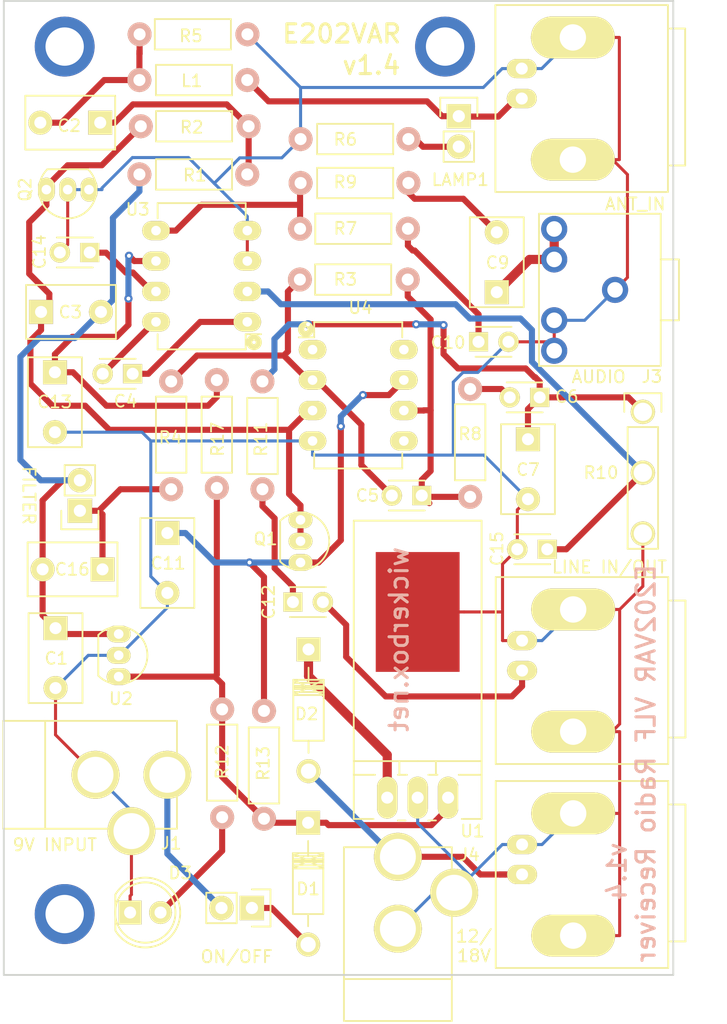
<source format=kicad_pcb>
(kicad_pcb (version 20171130) (host pcbnew "(5.1.12)-1")

  (general
    (thickness 1.6)
    (drawings 21)
    (tracks 371)
    (zones 0)
    (modules 51)
    (nets 31)
  )

  (page USLetter)
  (title_block
    (title "E202VAR Natural Radio Receiver")
    (date "16 Oct 2015")
    (rev v1.4)
    (company "CERN Open Hardware License v1.2")
    (comment 1 jenner@wickerbox.net)
    (comment 2 http://wickerbox.net)
    (comment 3 "Wickerbox Electronics")
  )

  (layers
    (0 F.Cu signal)
    (31 B.Cu signal)
    (34 B.Paste user)
    (35 F.Paste user)
    (36 B.SilkS user)
    (37 F.SilkS user)
    (38 B.Mask user)
    (39 F.Mask user)
    (40 Dwgs.User user)
    (44 Edge.Cuts user)
    (46 B.CrtYd user)
    (47 F.CrtYd user)
    (48 B.Fab user)
    (49 F.Fab user)
  )

  (setup
    (last_trace_width 0.254)
    (user_trace_width 0.1524)
    (user_trace_width 0.254)
    (user_trace_width 0.3302)
    (user_trace_width 0.508)
    (user_trace_width 0.762)
    (user_trace_width 1.27)
    (trace_clearance 0.254)
    (zone_clearance 0.508)
    (zone_45_only no)
    (trace_min 0.1524)
    (via_size 0.6858)
    (via_drill 0.3302)
    (via_min_size 0.6858)
    (via_min_drill 0.3302)
    (user_via 0.6858 0.3302)
    (user_via 0.762 0.4064)
    (user_via 0.8636 0.508)
    (uvia_size 0.6858)
    (uvia_drill 0.3302)
    (uvias_allowed no)
    (uvia_min_size 0)
    (uvia_min_drill 0)
    (edge_width 0.1524)
    (segment_width 0.1524)
    (pcb_text_width 0.1524)
    (pcb_text_size 1.016 1.016)
    (mod_edge_width 0.1524)
    (mod_text_size 1.016 1.016)
    (mod_text_width 0.1524)
    (pad_size 1.524 1.524)
    (pad_drill 0.762)
    (pad_to_mask_clearance 0.0762)
    (solder_mask_min_width 0.1016)
    (pad_to_paste_clearance -0.0762)
    (aux_axis_origin 0 0)
    (visible_elements 7FFFFFFF)
    (pcbplotparams
      (layerselection 0x310fc_80000001)
      (usegerberextensions true)
      (usegerberattributes true)
      (usegerberadvancedattributes true)
      (creategerberjobfile true)
      (excludeedgelayer true)
      (linewidth 0.100000)
      (plotframeref false)
      (viasonmask false)
      (mode 1)
      (useauxorigin false)
      (hpglpennumber 1)
      (hpglpenspeed 20)
      (hpglpendiameter 15.000000)
      (psnegative false)
      (psa4output false)
      (plotreference true)
      (plotvalue true)
      (plotinvisibletext false)
      (padsonsilk false)
      (subtractmaskfromsilk false)
      (outputformat 1)
      (mirror false)
      (drillshape 0)
      (scaleselection 1)
      (outputdirectory "gerbers"))
  )

  (net 0 "")
  (net 1 GND)
  (net 2 "Net-(BNC1-Pad1)")
  (net 3 "Net-(BNC2-Pad1)")
  (net 4 "Net-(BNC3-Pad1)")
  (net 5 +2V)
  (net 6 "Net-(C2-Pad1)")
  (net 7 "Net-(C2-Pad2)")
  (net 8 "Net-(C3-Pad1)")
  (net 9 "Net-(C4-Pad1)")
  (net 10 "Net-(C4-Pad2)")
  (net 11 "Net-(C5-Pad1)")
  (net 12 "Net-(C5-Pad2)")
  (net 13 "Net-(C6-Pad1)")
  (net 14 "Net-(C6-Pad2)")
  (net 15 "Net-(C9-Pad1)")
  (net 16 "Net-(C9-Pad2)")
  (net 17 "Net-(C10-Pad1)")
  (net 18 "Net-(C11-Pad1)")
  (net 19 "Net-(C12-Pad1)")
  (net 20 "Net-(C13-Pad1)")
  (net 21 "Net-(C15-Pad1)")
  (net 22 "Net-(C16-Pad1)")
  (net 23 "Net-(D1-Pad2)")
  (net 24 +9V)
  (net 25 "Net-(D2-Pad1)")
  (net 26 "Net-(D3-Pad2)")
  (net 27 "Net-(J1-Pad1)")
  (net 28 "Net-(LAMP1-Pad2)")
  (net 29 "Net-(R7-Pad1)")
  (net 30 "Net-(C14-Pad1)")

  (net_class Default "This is the default net class."
    (clearance 0.254)
    (trace_width 0.254)
    (via_dia 0.6858)
    (via_drill 0.3302)
    (uvia_dia 0.6858)
    (uvia_drill 0.3302)
    (add_net +2V)
    (add_net +9V)
    (add_net GND)
    (add_net "Net-(BNC1-Pad1)")
    (add_net "Net-(BNC2-Pad1)")
    (add_net "Net-(BNC3-Pad1)")
    (add_net "Net-(C10-Pad1)")
    (add_net "Net-(C11-Pad1)")
    (add_net "Net-(C12-Pad1)")
    (add_net "Net-(C13-Pad1)")
    (add_net "Net-(C14-Pad1)")
    (add_net "Net-(C15-Pad1)")
    (add_net "Net-(C16-Pad1)")
    (add_net "Net-(C2-Pad1)")
    (add_net "Net-(C2-Pad2)")
    (add_net "Net-(C3-Pad1)")
    (add_net "Net-(C4-Pad1)")
    (add_net "Net-(C4-Pad2)")
    (add_net "Net-(C5-Pad1)")
    (add_net "Net-(C5-Pad2)")
    (add_net "Net-(C6-Pad1)")
    (add_net "Net-(C6-Pad2)")
    (add_net "Net-(C9-Pad1)")
    (add_net "Net-(C9-Pad2)")
    (add_net "Net-(D1-Pad2)")
    (add_net "Net-(D2-Pad1)")
    (add_net "Net-(D3-Pad2)")
    (add_net "Net-(J1-Pad1)")
    (add_net "Net-(LAMP1-Pad2)")
    (add_net "Net-(R7-Pad1)")
  )

  (module Wickerlib:DIP-8-W7.62MM-LONGPADS (layer F.Cu) (tedit 584B68C5) (tstamp 584B40CB)
    (at 88.9559 70.4596 180)
    (descr "8-lead dip package, row spacing 7.62 mm (300 mils), longer pads")
    (tags "dil dip 2.54 300")
    (path /5847CFE2)
    (fp_text reference U3 (at 3.75 4) (layer F.Fab)
      (effects (font (size 1.016 1.016) (thickness 0.1524)))
    )
    (fp_text value NJM386 (at 0 -3.72 180) (layer F.Fab) hide
      (effects (font (size 1 1) (thickness 0.15)))
    )
    (fp_circle (center -0.5588 -1.7018) (end -0.4826 -1.5748) (layer F.SilkS) (width 0.508))
    (fp_circle (center 0 0) (end 0.25 0.25) (layer F.Fab) (width 0.254))
    (fp_line (start 9.25 -2.5) (end -1.5 -2.5) (layer F.Fab) (width 0.0508))
    (fp_line (start 9.25 10.25) (end 9.25 -2.5) (layer F.Fab) (width 0.0508))
    (fp_line (start 9 10.25) (end 9.25 10.25) (layer F.Fab) (width 0.0508))
    (fp_line (start -1.5 10.25) (end 9 10.25) (layer F.Fab) (width 0.0508))
    (fp_line (start -1.5 -2.5) (end -1.5 10.25) (layer F.Fab) (width 0.0508))
    (fp_line (start -1.4 -2.45) (end -1.4 10.1) (layer F.CrtYd) (width 0.05))
    (fp_line (start 9 -2.45) (end 9 10.1) (layer F.CrtYd) (width 0.05))
    (fp_line (start -1.4 -2.45) (end 9 -2.45) (layer F.CrtYd) (width 0.05))
    (fp_line (start -1.4 10.1) (end 9 10.1) (layer F.CrtYd) (width 0.05))
    (fp_line (start 0.135 -2.295) (end 0.135 -1.025) (layer F.SilkS) (width 0.15))
    (fp_line (start 7.485 -2.295) (end 7.485 -1.025) (layer F.SilkS) (width 0.15))
    (fp_line (start 7.485 9.915) (end 7.485 8.645) (layer F.SilkS) (width 0.15))
    (fp_line (start 0.135 9.915) (end 0.135 8.645) (layer F.SilkS) (width 0.15))
    (fp_line (start 0.135 -2.295) (end 7.485 -2.295) (layer F.SilkS) (width 0.15))
    (fp_line (start 0.135 9.915) (end 7.485 9.915) (layer F.SilkS) (width 0.15))
    (fp_line (start 0.135 -1.025) (end -1.15 -1.025) (layer F.SilkS) (width 0.15))
    (fp_text user %R (at 9.14908 9.38784 180) (layer F.SilkS)
      (effects (font (size 1 1) (thickness 0.15)))
    )
    (pad 1 thru_hole oval (at 0 0 180) (size 2.3 1.6) (drill 0.8) (layers *.Cu *.Mask F.SilkS)
      (net 9 "Net-(C4-Pad1)"))
    (pad 2 thru_hole oval (at 0 2.54 180) (size 2.3 1.6) (drill 0.8) (layers *.Cu *.Mask F.SilkS)
      (net 21 "Net-(C15-Pad1)"))
    (pad 3 thru_hole oval (at 0 5.08 180) (size 2.3 1.6) (drill 0.8) (layers *.Cu *.Mask F.SilkS)
      (net 1 GND))
    (pad 4 thru_hole oval (at 0 7.62 180) (size 2.3 1.6) (drill 0.8) (layers *.Cu *.Mask F.SilkS)
      (net 1 GND))
    (pad 5 thru_hole oval (at 7.62 7.62 180) (size 2.3 1.6) (drill 0.8) (layers *.Cu *.Mask F.SilkS)
      (net 29 "Net-(R7-Pad1)"))
    (pad 6 thru_hole oval (at 7.62 5.08 180) (size 2.3 1.6) (drill 0.8) (layers *.Cu *.Mask F.SilkS)
      (net 20 "Net-(C13-Pad1)"))
    (pad 7 thru_hole oval (at 7.62 2.54 180) (size 2.3 1.6) (drill 0.8) (layers *.Cu *.Mask F.SilkS)
      (net 30 "Net-(C14-Pad1)"))
    (pad 8 thru_hole oval (at 7.62 0 180) (size 2.3 1.6) (drill 0.8) (layers *.Cu *.Mask F.SilkS)
      (net 10 "Net-(C4-Pad2)"))
  )

  (module Wickerlib:CONN-ONSHORE-SCREW-GREEN-2PIN-TH (layer F.Cu) (tedit 5861A2EF) (tstamp 584B403B)
    (at 74.9808 86.2178 180)
    (descr "Through hole pin header")
    (tags "pin header")
    (path /5848C2EC)
    (fp_text reference J5 (at 0 1.27 180) (layer F.Fab)
      (effects (font (size 1.016 1.016) (thickness 0.1524)))
    )
    (fp_text value FILTER (at -2.286 1.27 270) (layer F.Fab) hide
      (effects (font (size 1 1) (thickness 0.15)))
    )
    (fp_line (start 1.27 1.27) (end 1.27 3.81) (layer F.SilkS) (width 0.15))
    (fp_line (start 1.55 -1.55) (end 1.55 0) (layer F.SilkS) (width 0.15))
    (fp_line (start -3.3 -1.8) (end -3.3 4.3) (layer F.CrtYd) (width 0.05))
    (fp_line (start 3.3 -1.8) (end 3.3 4.3) (layer F.CrtYd) (width 0.05))
    (fp_line (start -3.3 -1.8) (end 3.3 -1.8) (layer F.CrtYd) (width 0.05))
    (fp_line (start -3.3 4.3) (end 3.3 4.3) (layer F.CrtYd) (width 0.05))
    (fp_line (start 1.27 1.27) (end -1.27 1.27) (layer F.SilkS) (width 0.15))
    (fp_line (start -1.55 0) (end -1.55 -1.55) (layer F.SilkS) (width 0.15))
    (fp_line (start -1.55 -1.55) (end 1.55 -1.55) (layer F.SilkS) (width 0.15))
    (fp_line (start -1.27 1.27) (end -1.27 3.81) (layer F.SilkS) (width 0.15))
    (fp_line (start -1.27 3.81) (end 1.27 3.81) (layer F.SilkS) (width 0.15))
    (fp_line (start -3.3 -1.8) (end 3.3 -1.8) (layer F.Fab) (width 0.05))
    (fp_line (start -3.3 -1.8) (end -3.3 4.3) (layer F.Fab) (width 0.05))
    (fp_line (start 3.3 -1.8) (end 3.3 4.3) (layer F.Fab) (width 0.05))
    (fp_line (start -3.3 4.3) (end 3.3 4.3) (layer F.Fab) (width 0.05))
    (fp_text user %R (at -2.286 3.3655 180) (layer F.SilkS) hide
      (effects (font (size 1 1) (thickness 0.15)))
    )
    (pad 1 thru_hole rect (at 0 0 180) (size 2.032 2.032) (drill 1.016) (layers *.Cu *.Mask F.SilkS)
      (net 22 "Net-(C16-Pad1)"))
    (pad 2 thru_hole oval (at 0 2.54 180) (size 2.032 2.032) (drill 1.016) (layers *.Cu *.Mask F.SilkS)
      (net 5 +2V))
  )

  (module Wickerlib:RES-CARBONFILM-7MM (layer F.Cu) (tedit 5860127D) (tstamp 584B40A2)
    (at 90.3478 111.918 90)
    (descr "Resistor, Axial,  RM 7.62mm, 1/3W,")
    (tags "Resistor Axial RM 7.62mm 1/3W R3")
    (path /58474725)
    (fp_text reference R13 (at 3.8 0 90) (layer F.Fab)
      (effects (font (size 1 1) (thickness 0.15)))
    )
    (fp_text value 1K (at 3.81 3.81 90) (layer F.Fab) hide
      (effects (font (size 1 1) (thickness 0.15)))
    )
    (fp_line (start 10.414 -1.524) (end -1.27 -1.524) (layer F.Fab) (width 0.0508))
    (fp_line (start 10.414 1.5) (end 10.414 -1.5) (layer F.Fab) (width 0.0508))
    (fp_line (start -1.27 1.524) (end 10.414 1.524) (layer F.Fab) (width 0.0508))
    (fp_line (start -1.27 -1.524) (end -1.27 1.524) (layer F.Fab) (width 0.0508))
    (fp_line (start -1.27 -1.524) (end 10.414 -1.524) (layer F.CrtYd) (width 0.05))
    (fp_line (start -1.27 1.524) (end -1.27 -1.524) (layer F.CrtYd) (width 0.05))
    (fp_line (start 10.414 -1.524) (end 10.414 1.524) (layer F.CrtYd) (width 0.05))
    (fp_line (start -1.27 1.524) (end 10.414 1.524) (layer F.CrtYd) (width 0.05))
    (fp_line (start 1.27 -1.27) (end 7.62 -1.27) (layer F.SilkS) (width 0.15))
    (fp_line (start 7.62 -1.27) (end 7.62 1.27) (layer F.SilkS) (width 0.15))
    (fp_line (start 7.62 1.27) (end 1.27 1.27) (layer F.SilkS) (width 0.15))
    (fp_line (start 1.27 1.27) (end 1.27 -1.27) (layer F.SilkS) (width 0.15))
    (fp_text user %R (at 4.6185 -0.0635 90) (layer F.SilkS)
      (effects (font (size 1 1) (thickness 0.15)))
    )
    (pad 1 thru_hole circle (at 0 0 90) (size 1.99898 1.99898) (drill 1.00076) (layers *.Cu *.SilkS *.Mask)
      (net 24 +9V))
    (pad 2 thru_hole circle (at 9 0 90) (size 1.99898 1.99898) (drill 1.00076) (layers *.Cu *.SilkS *.Mask)
      (net 18 "Net-(C11-Pad1)"))
  )

  (module Wickerlib:RES-CARBONFILM-7MM (layer F.Cu) (tedit 5860127D) (tstamp 584B405F)
    (at 80.0659 54.1325)
    (descr "Resistor, Axial,  RM 7.62mm, 1/3W,")
    (tags "Resistor Axial RM 7.62mm 1/3W R3")
    (path /584AEF85)
    (fp_text reference R2 (at 4.63042 0.01778) (layer F.Fab)
      (effects (font (size 1 1) (thickness 0.15)))
    )
    (fp_text value 100K (at 3.81 3.81) (layer F.Fab) hide
      (effects (font (size 1 1) (thickness 0.15)))
    )
    (fp_line (start 10.414 -1.524) (end -1.27 -1.524) (layer F.Fab) (width 0.0508))
    (fp_line (start 10.414 1.5) (end 10.414 -1.5) (layer F.Fab) (width 0.0508))
    (fp_line (start -1.27 1.524) (end 10.414 1.524) (layer F.Fab) (width 0.0508))
    (fp_line (start -1.27 -1.524) (end -1.27 1.524) (layer F.Fab) (width 0.0508))
    (fp_line (start -1.27 -1.524) (end 10.414 -1.524) (layer F.CrtYd) (width 0.05))
    (fp_line (start -1.27 1.524) (end -1.27 -1.524) (layer F.CrtYd) (width 0.05))
    (fp_line (start 10.414 -1.524) (end 10.414 1.524) (layer F.CrtYd) (width 0.05))
    (fp_line (start -1.27 1.524) (end 10.414 1.524) (layer F.CrtYd) (width 0.05))
    (fp_line (start 1.27 -1.27) (end 7.62 -1.27) (layer F.SilkS) (width 0.15))
    (fp_line (start 7.62 -1.27) (end 7.62 1.27) (layer F.SilkS) (width 0.15))
    (fp_line (start 7.62 1.27) (end 1.27 1.27) (layer F.SilkS) (width 0.15))
    (fp_line (start 1.27 1.27) (end 1.27 -1.27) (layer F.SilkS) (width 0.15))
    (fp_text user %R (at 4.24942 0.08128 180) (layer F.SilkS)
      (effects (font (size 1 1) (thickness 0.15)))
    )
    (pad 1 thru_hole circle (at 0 0) (size 1.99898 1.99898) (drill 1.00076) (layers *.Cu *.SilkS *.Mask)
      (net 8 "Net-(C3-Pad1)"))
    (pad 2 thru_hole circle (at 9 0) (size 1.99898 1.99898) (drill 1.00076) (layers *.Cu *.SilkS *.Mask)
      (net 6 "Net-(C2-Pad1)"))
  )

  (module Wickerlib:CAP-DISC-D3MM-P2.5MM (layer F.Cu) (tedit 5861947C) (tstamp 584B3FC9)
    (at 79.3858 74.7878 180)
    (descr "Capacitor 3mm Disc, Pitch 2.5mm")
    (tags Capacitor)
    (path /5849C8D5)
    (fp_text reference C4 (at 1.25 0) (layer F.Fab)
      (effects (font (size 1 1) (thickness 0.15)))
    )
    (fp_text value 10uF (at 1.25 2.5 180) (layer F.Fab) hide
      (effects (font (size 1 1) (thickness 0.15)))
    )
    (fp_line (start -0.9 -1.5) (end 3.4 -1.5) (layer F.Fab) (width 0.05))
    (fp_line (start -0.9 1.5) (end -0.9 -1.5) (layer F.Fab) (width 0.05))
    (fp_line (start 3.4 1.5) (end -0.9 1.5) (layer F.Fab) (width 0.05))
    (fp_line (start 3.4 -1.5) (end 3.4 1.5) (layer F.Fab) (width 0.05))
    (fp_line (start -0.9 -1.5) (end 3.4 -1.5) (layer F.CrtYd) (width 0.05))
    (fp_line (start 3.4 -1.5) (end 3.4 1.5) (layer F.CrtYd) (width 0.05))
    (fp_line (start 3.4 1.5) (end -0.9 1.5) (layer F.CrtYd) (width 0.05))
    (fp_line (start -0.9 1.5) (end -0.9 -1.5) (layer F.CrtYd) (width 0.05))
    (fp_line (start -0.25 -1.25) (end 2.75 -1.25) (layer F.SilkS) (width 0.15))
    (fp_line (start 2.75 1.25) (end -0.25 1.25) (layer F.SilkS) (width 0.15))
    (fp_text user %R (at 0.595 -2.286) (layer F.SilkS)
      (effects (font (size 1 1) (thickness 0.15)))
    )
    (pad 1 thru_hole rect (at 0 0 180) (size 1.6 1.6) (drill 1) (layers *.Cu *.Mask F.SilkS)
      (net 9 "Net-(C4-Pad1)"))
    (pad 2 thru_hole circle (at 2.5 0 180) (size 1.7 1.7) (drill 1) (layers *.Cu *.Mask F.SilkS)
      (net 10 "Net-(C4-Pad2)"))
  )

  (module Wickerlib:CAP-DISC-D3MM-P2.5MM (layer F.Cu) (tedit 5861947C) (tstamp 584B3FCF)
    (at 103.516 84.9478 180)
    (descr "Capacitor 3mm Disc, Pitch 2.5mm")
    (tags Capacitor)
    (path /5847B0F9)
    (fp_text reference C5 (at 1.25 0) (layer F.Fab)
      (effects (font (size 1 1) (thickness 0.15)))
    )
    (fp_text value 150pF (at 1.25 2.5 180) (layer F.Fab) hide
      (effects (font (size 1 1) (thickness 0.15)))
    )
    (fp_line (start -0.9 -1.5) (end 3.4 -1.5) (layer F.Fab) (width 0.05))
    (fp_line (start -0.9 1.5) (end -0.9 -1.5) (layer F.Fab) (width 0.05))
    (fp_line (start 3.4 1.5) (end -0.9 1.5) (layer F.Fab) (width 0.05))
    (fp_line (start 3.4 -1.5) (end 3.4 1.5) (layer F.Fab) (width 0.05))
    (fp_line (start -0.9 -1.5) (end 3.4 -1.5) (layer F.CrtYd) (width 0.05))
    (fp_line (start 3.4 -1.5) (end 3.4 1.5) (layer F.CrtYd) (width 0.05))
    (fp_line (start 3.4 1.5) (end -0.9 1.5) (layer F.CrtYd) (width 0.05))
    (fp_line (start -0.9 1.5) (end -0.9 -1.5) (layer F.CrtYd) (width 0.05))
    (fp_line (start -0.25 -1.25) (end 2.75 -1.25) (layer F.SilkS) (width 0.15))
    (fp_line (start 2.75 1.25) (end -0.25 1.25) (layer F.SilkS) (width 0.15))
    (fp_text user %R (at 4.532 0) (layer F.SilkS)
      (effects (font (size 1 1) (thickness 0.15)))
    )
    (pad 1 thru_hole rect (at 0 0 180) (size 1.6 1.6) (drill 1) (layers *.Cu *.Mask F.SilkS)
      (net 11 "Net-(C5-Pad1)"))
    (pad 2 thru_hole circle (at 2.5 0 180) (size 1.7 1.7) (drill 1) (layers *.Cu *.Mask F.SilkS)
      (net 12 "Net-(C5-Pad2)"))
  )

  (module Wickerlib:CAP-DISC-D3MM-P2.5MM (layer F.Cu) (tedit 5861947C) (tstamp 584B3FD5)
    (at 113.358 76.7563 180)
    (descr "Capacitor 3mm Disc, Pitch 2.5mm")
    (tags Capacitor)
    (path /58492B08)
    (fp_text reference C6 (at 1.25 0) (layer F.Fab)
      (effects (font (size 1 1) (thickness 0.15)))
    )
    (fp_text value 10uF (at 1.25 2.5 180) (layer F.Fab) hide
      (effects (font (size 1 1) (thickness 0.15)))
    )
    (fp_line (start -0.9 -1.5) (end 3.4 -1.5) (layer F.Fab) (width 0.05))
    (fp_line (start -0.9 1.5) (end -0.9 -1.5) (layer F.Fab) (width 0.05))
    (fp_line (start 3.4 1.5) (end -0.9 1.5) (layer F.Fab) (width 0.05))
    (fp_line (start 3.4 -1.5) (end 3.4 1.5) (layer F.Fab) (width 0.05))
    (fp_line (start -0.9 -1.5) (end 3.4 -1.5) (layer F.CrtYd) (width 0.05))
    (fp_line (start 3.4 -1.5) (end 3.4 1.5) (layer F.CrtYd) (width 0.05))
    (fp_line (start 3.4 1.5) (end -0.9 1.5) (layer F.CrtYd) (width 0.05))
    (fp_line (start -0.9 1.5) (end -0.9 -1.5) (layer F.CrtYd) (width 0.05))
    (fp_line (start -0.25 -1.25) (end 2.75 -1.25) (layer F.SilkS) (width 0.15))
    (fp_line (start 2.75 1.25) (end -0.25 1.25) (layer F.SilkS) (width 0.15))
    (fp_text user %R (at -2.2625 0.0635 180) (layer F.SilkS)
      (effects (font (size 1 1) (thickness 0.15)))
    )
    (pad 1 thru_hole rect (at 0 0 180) (size 1.6 1.6) (drill 1) (layers *.Cu *.Mask F.SilkS)
      (net 13 "Net-(C6-Pad1)"))
    (pad 2 thru_hole circle (at 2.5 0 180) (size 1.7 1.7) (drill 1) (layers *.Cu *.Mask F.SilkS)
      (net 14 "Net-(C6-Pad2)"))
  )

  (module Wickerlib:CAP-DISC-D3MM-P2.5MM (layer F.Cu) (tedit 5861947C) (tstamp 584B3FED)
    (at 108.255 72.1208)
    (descr "Capacitor 3mm Disc, Pitch 2.5mm")
    (tags Capacitor)
    (path /5847D96A)
    (fp_text reference C10 (at 1.25 0 180) (layer F.Fab)
      (effects (font (size 1 1) (thickness 0.15)))
    )
    (fp_text value 10nF (at 1.25 2.5) (layer F.Fab) hide
      (effects (font (size 1 1) (thickness 0.15)))
    )
    (fp_line (start -0.9 -1.5) (end 3.4 -1.5) (layer F.Fab) (width 0.05))
    (fp_line (start -0.9 1.5) (end -0.9 -1.5) (layer F.Fab) (width 0.05))
    (fp_line (start 3.4 1.5) (end -0.9 1.5) (layer F.Fab) (width 0.05))
    (fp_line (start 3.4 -1.5) (end 3.4 1.5) (layer F.Fab) (width 0.05))
    (fp_line (start -0.9 -1.5) (end 3.4 -1.5) (layer F.CrtYd) (width 0.05))
    (fp_line (start 3.4 -1.5) (end 3.4 1.5) (layer F.CrtYd) (width 0.05))
    (fp_line (start 3.4 1.5) (end -0.9 1.5) (layer F.CrtYd) (width 0.05))
    (fp_line (start -0.9 1.5) (end -0.9 -1.5) (layer F.CrtYd) (width 0.05))
    (fp_line (start -0.25 -1.25) (end 2.75 -1.25) (layer F.SilkS) (width 0.15))
    (fp_line (start 2.75 1.25) (end -0.25 1.25) (layer F.SilkS) (width 0.15))
    (fp_text user %R (at -2.54 0.0635 180) (layer F.SilkS)
      (effects (font (size 1 1) (thickness 0.15)))
    )
    (pad 1 thru_hole rect (at 0 0) (size 1.6 1.6) (drill 1) (layers *.Cu *.Mask F.SilkS)
      (net 17 "Net-(C10-Pad1)"))
    (pad 2 thru_hole circle (at 2.5 0) (size 1.7 1.7) (drill 1) (layers *.Cu *.Mask F.SilkS)
      (net 1 GND))
  )

  (module Wickerlib:CAP-DISC-D3MM-P2.5MM (layer F.Cu) (tedit 5861947C) (tstamp 584B3FF9)
    (at 92.7608 93.8378)
    (descr "Capacitor 3mm Disc, Pitch 2.5mm")
    (tags Capacitor)
    (path /58495E52)
    (fp_text reference C12 (at 1.25 0 180) (layer F.Fab)
      (effects (font (size 1 1) (thickness 0.15)))
    )
    (fp_text value 10uF (at 1.25 2.5) (layer F.Fab) hide
      (effects (font (size 1 1) (thickness 0.15)))
    )
    (fp_line (start -0.9 -1.5) (end 3.4 -1.5) (layer F.Fab) (width 0.05))
    (fp_line (start -0.9 1.5) (end -0.9 -1.5) (layer F.Fab) (width 0.05))
    (fp_line (start 3.4 1.5) (end -0.9 1.5) (layer F.Fab) (width 0.05))
    (fp_line (start 3.4 -1.5) (end 3.4 1.5) (layer F.Fab) (width 0.05))
    (fp_line (start -0.9 -1.5) (end 3.4 -1.5) (layer F.CrtYd) (width 0.05))
    (fp_line (start 3.4 -1.5) (end 3.4 1.5) (layer F.CrtYd) (width 0.05))
    (fp_line (start 3.4 1.5) (end -0.9 1.5) (layer F.CrtYd) (width 0.05))
    (fp_line (start -0.9 1.5) (end -0.9 -1.5) (layer F.CrtYd) (width 0.05))
    (fp_line (start -0.25 -1.25) (end 2.75 -1.25) (layer F.SilkS) (width 0.15))
    (fp_line (start 2.75 1.25) (end -0.25 1.25) (layer F.SilkS) (width 0.15))
    (fp_text user %R (at -2.032 0 270) (layer F.SilkS)
      (effects (font (size 1 1) (thickness 0.15)))
    )
    (pad 1 thru_hole rect (at 0 0) (size 1.6 1.6) (drill 1) (layers *.Cu *.Mask F.SilkS)
      (net 19 "Net-(C12-Pad1)"))
    (pad 2 thru_hole circle (at 2.5 0) (size 1.7 1.7) (drill 1) (layers *.Cu *.Mask F.SilkS)
      (net 4 "Net-(BNC3-Pad1)"))
  )

  (module Wickerlib:CONN-ONSHORE-SCREW-GREEN-2PIN-TH (layer F.Cu) (tedit 5861A324) (tstamp 584B402A)
    (at 89.3394 119.365 270)
    (descr "Through hole pin header")
    (tags "pin header")
    (path /584714C9)
    (fp_text reference J2 (at 0 1.27) (layer F.Fab)
      (effects (font (size 1.016 1.016) (thickness 0.1524)))
    )
    (fp_text value ON/OFF (at -2.286 1.27) (layer F.Fab) hide
      (effects (font (size 1 1) (thickness 0.15)))
    )
    (fp_line (start 1.27 1.27) (end 1.27 3.81) (layer F.SilkS) (width 0.15))
    (fp_line (start 1.55 -1.55) (end 1.55 0) (layer F.SilkS) (width 0.15))
    (fp_line (start -3.3 -1.8) (end -3.3 4.3) (layer F.CrtYd) (width 0.05))
    (fp_line (start 3.3 -1.8) (end 3.3 4.3) (layer F.CrtYd) (width 0.05))
    (fp_line (start -3.3 -1.8) (end 3.3 -1.8) (layer F.CrtYd) (width 0.05))
    (fp_line (start -3.3 4.3) (end 3.3 4.3) (layer F.CrtYd) (width 0.05))
    (fp_line (start 1.27 1.27) (end -1.27 1.27) (layer F.SilkS) (width 0.15))
    (fp_line (start -1.55 0) (end -1.55 -1.55) (layer F.SilkS) (width 0.15))
    (fp_line (start -1.55 -1.55) (end 1.55 -1.55) (layer F.SilkS) (width 0.15))
    (fp_line (start -1.27 1.27) (end -1.27 3.81) (layer F.SilkS) (width 0.15))
    (fp_line (start -1.27 3.81) (end 1.27 3.81) (layer F.SilkS) (width 0.15))
    (fp_line (start -3.3 -1.8) (end 3.3 -1.8) (layer F.Fab) (width 0.05))
    (fp_line (start -3.3 -1.8) (end -3.3 4.3) (layer F.Fab) (width 0.05))
    (fp_line (start 3.3 -1.8) (end 3.3 4.3) (layer F.Fab) (width 0.05))
    (fp_line (start -3.3 4.3) (end 3.3 4.3) (layer F.Fab) (width 0.05))
    (fp_text user %R (at 1.778 -2.54 270) (layer F.SilkS) hide
      (effects (font (size 1 1) (thickness 0.15)))
    )
    (pad 1 thru_hole rect (at 0 0 270) (size 2.032 2.032) (drill 1.016) (layers *.Cu *.Mask F.SilkS)
      (net 23 "Net-(D1-Pad2)"))
    (pad 2 thru_hole oval (at 0 2.54 270) (size 2.032 2.032) (drill 1.016) (layers *.Cu *.Mask F.SilkS)
      (net 27 "Net-(J1-Pad1)"))
  )

  (module Wickerlib:CONN-HEADER-STRAIGHT-P2.54MM-1x02 (layer F.Cu) (tedit 584B48B9) (tstamp 584B4045)
    (at 106.609 53.2943)
    (descr "Through hole pin header")
    (tags "pin header")
    (path /58491EF2)
    (fp_text reference LAMP1 (at 0 1.25 90) (layer F.Fab)
      (effects (font (size 1.016 1.016) (thickness 0.1524)))
    )
    (fp_text value NEON (at 0 -3.1) (layer F.Fab) hide
      (effects (font (size 1 1) (thickness 0.15)))
    )
    (fp_line (start 1.75 4.25) (end 1.75 -1.75) (layer F.Fab) (width 0.05))
    (fp_line (start 1.75 4.25) (end -1.75 4.25) (layer F.Fab) (width 0.05))
    (fp_line (start -1.75 -1.75) (end -1.75 4.25) (layer F.Fab) (width 0.05))
    (fp_line (start 1.75 -1.75) (end -1.75 -1.75) (layer F.Fab) (width 0.05))
    (fp_line (start 1.27 1.27) (end 1.27 3.81) (layer F.SilkS) (width 0.15))
    (fp_line (start 1.55 -1.55) (end 1.55 0) (layer F.SilkS) (width 0.15))
    (fp_line (start -1.75 -1.75) (end -1.75 4.3) (layer F.CrtYd) (width 0.05))
    (fp_line (start 1.75 -1.75) (end 1.75 4.3) (layer F.CrtYd) (width 0.05))
    (fp_line (start -1.75 -1.75) (end 1.75 -1.75) (layer F.CrtYd) (width 0.05))
    (fp_line (start -1.75 4.3) (end 1.75 4.3) (layer F.CrtYd) (width 0.05))
    (fp_line (start 1.27 1.27) (end -1.27 1.27) (layer F.SilkS) (width 0.15))
    (fp_line (start -1.55 0) (end -1.55 -1.55) (layer F.SilkS) (width 0.15))
    (fp_line (start -1.55 -1.55) (end 1.55 -1.55) (layer F.SilkS) (width 0.15))
    (fp_line (start -1.27 1.27) (end -1.27 3.81) (layer F.SilkS) (width 0.15))
    (fp_line (start -1.27 3.81) (end 1.27 3.81) (layer F.SilkS) (width 0.15))
    (fp_text user %R (at 0.12192 5.30098 180) (layer F.SilkS)
      (effects (font (size 1 1) (thickness 0.15)))
    )
    (pad 1 thru_hole rect (at 0 0) (size 2.032 2.032) (drill 1.016) (layers *.Cu *.Mask F.SilkS)
      (net 3 "Net-(BNC2-Pad1)"))
    (pad 2 thru_hole oval (at 0 2.54) (size 2.032 2.032) (drill 1.016) (layers *.Cu *.Mask F.SilkS)
      (net 28 "Net-(LAMP1-Pad2)"))
  )

  (module Wickerlib:TO-92-INLINE-NARROW-OVAL (layer F.Cu) (tedit 586194D4) (tstamp 584B404C)
    (at 93.3958 87.4878 270)
    (descr "TO-92 leads in-line, narrow, oval pads, drill 0.6mm (see NXP sot054_po.pdf)")
    (tags "to-92 sc-43 sc-43a sot54 PA33 transistor")
    (path /58491A31)
    (fp_text reference Q1 (at 1.2 0) (layer F.Fab)
      (effects (font (size 1 1) (thickness 0.15)))
    )
    (fp_text value BC547 (at 0 3 270) (layer F.Fab) hide
      (effects (font (size 1 1) (thickness 0.15)))
    )
    (fp_line (start -0.4318 1.7018) (end 2.9464 1.7018) (layer F.Fab) (width 0.04064))
    (fp_line (start -1.4 1.95) (end -1.4 -2.65) (layer F.CrtYd) (width 0.05))
    (fp_line (start -1.4 1.95) (end 3.95 1.95) (layer F.CrtYd) (width 0.05))
    (fp_line (start -0.43 1.7) (end 2.97 1.7) (layer F.SilkS) (width 0.15))
    (fp_line (start -1.4 -2.65) (end 3.95 -2.65) (layer F.CrtYd) (width 0.05))
    (fp_line (start 3.95 1.95) (end 3.95 -2.65) (layer F.CrtYd) (width 0.05))
    (fp_text user %R (at 1.0795 2.921 180) (layer F.SilkS)
      (effects (font (size 1 1) (thickness 0.15)))
    )
    (fp_arc (start 1.27 0) (end -0.4318 1.7018) (angle 270.4182099) (layer F.Fab) (width 0.04064))
    (fp_arc (start 1.27 0) (end 1.27 -2.4) (angle -135) (layer F.SilkS) (width 0.15))
    (fp_arc (start 1.27 0) (end 1.27 -2.4) (angle 135) (layer F.SilkS) (width 0.15))
    (pad 2 thru_hole oval (at 1.27 0 90) (size 1.4 2) (drill 0.8) (layers *.Cu *.Mask F.SilkS)
      (net 8 "Net-(C3-Pad1)") (solder_mask_margin 0.076))
    (pad 3 thru_hole oval (at 3.048 0 90) (size 1.4 2) (drill 0.8) (layers *.Cu *.Mask F.SilkS)
      (net 18 "Net-(C11-Pad1)") (solder_mask_margin 0.076))
    (pad 1 thru_hole oval (at -0.508 0 90) (size 1.4 2) (drill 0.8) (layers *.Cu *.Mask F.SilkS)
      (net 8 "Net-(C3-Pad1)") (solder_mask_margin 0.076))
  )

  (module Wickerlib:TO-92-INLINE-NARROW-OVAL (layer F.Cu) (tedit 586194D4) (tstamp 584B4053)
    (at 75.2348 59.4208 180)
    (descr "TO-92 leads in-line, narrow, oval pads, drill 0.6mm (see NXP sot054_po.pdf)")
    (tags "to-92 sc-43 sc-43a sot54 PA33 transistor")
    (path /58491AC4)
    (fp_text reference Q2 (at 1.2 0) (layer F.Fab)
      (effects (font (size 1 1) (thickness 0.15)))
    )
    (fp_text value BC547 (at 0 3 180) (layer F.Fab) hide
      (effects (font (size 1 1) (thickness 0.15)))
    )
    (fp_line (start -0.4318 1.7018) (end 2.9464 1.7018) (layer F.Fab) (width 0.04064))
    (fp_line (start -1.4 1.95) (end -1.4 -2.65) (layer F.CrtYd) (width 0.05))
    (fp_line (start -1.4 1.95) (end 3.95 1.95) (layer F.CrtYd) (width 0.05))
    (fp_line (start -0.43 1.7) (end 2.97 1.7) (layer F.SilkS) (width 0.15))
    (fp_line (start -1.4 -2.65) (end 3.95 -2.65) (layer F.CrtYd) (width 0.05))
    (fp_line (start 3.95 1.95) (end 3.95 -2.65) (layer F.CrtYd) (width 0.05))
    (fp_text user %R (at 4.826 0 270) (layer F.SilkS)
      (effects (font (size 1 1) (thickness 0.15)))
    )
    (fp_arc (start 1.27 0) (end -0.4318 1.7018) (angle 270.4182099) (layer F.Fab) (width 0.04064))
    (fp_arc (start 1.27 0) (end 1.27 -2.4) (angle -135) (layer F.SilkS) (width 0.15))
    (fp_arc (start 1.27 0) (end 1.27 -2.4) (angle 135) (layer F.SilkS) (width 0.15))
    (pad 2 thru_hole oval (at 1.27 0) (size 1.4 2) (drill 0.8) (layers *.Cu *.Mask F.SilkS)
      (net 1 GND) (solder_mask_margin 0.076))
    (pad 3 thru_hole oval (at 3.048 0) (size 1.4 2) (drill 0.8) (layers *.Cu *.Mask F.SilkS)
      (net 8 "Net-(C3-Pad1)") (solder_mask_margin 0.076))
    (pad 1 thru_hole oval (at -0.508 0) (size 1.4 2) (drill 0.8) (layers *.Cu *.Mask F.SilkS)
      (net 1 GND) (solder_mask_margin 0.076))
  )

  (module Wickerlib:RES-CARBONFILM-7MM (layer F.Cu) (tedit 5860127D) (tstamp 584B4059)
    (at 88.9508 58.1508 180)
    (descr "Resistor, Axial,  RM 7.62mm, 1/3W,")
    (tags "Resistor Axial RM 7.62mm 1/3W R3")
    (path /584B33D2)
    (fp_text reference R1 (at 4.2545 0 180) (layer F.Fab)
      (effects (font (size 1 1) (thickness 0.15)))
    )
    (fp_text value 10M (at 3.81 3.81 180) (layer F.Fab) hide
      (effects (font (size 1 1) (thickness 0.15)))
    )
    (fp_line (start 10.414 -1.524) (end -1.27 -1.524) (layer F.Fab) (width 0.0508))
    (fp_line (start 10.414 1.5) (end 10.414 -1.5) (layer F.Fab) (width 0.0508))
    (fp_line (start -1.27 1.524) (end 10.414 1.524) (layer F.Fab) (width 0.0508))
    (fp_line (start -1.27 -1.524) (end -1.27 1.524) (layer F.Fab) (width 0.0508))
    (fp_line (start -1.27 -1.524) (end 10.414 -1.524) (layer F.CrtYd) (width 0.05))
    (fp_line (start -1.27 1.524) (end -1.27 -1.524) (layer F.CrtYd) (width 0.05))
    (fp_line (start 10.414 -1.524) (end 10.414 1.524) (layer F.CrtYd) (width 0.05))
    (fp_line (start -1.27 1.524) (end 10.414 1.524) (layer F.CrtYd) (width 0.05))
    (fp_line (start 1.27 -1.27) (end 7.62 -1.27) (layer F.SilkS) (width 0.15))
    (fp_line (start 7.62 -1.27) (end 7.62 1.27) (layer F.SilkS) (width 0.15))
    (fp_line (start 7.62 1.27) (end 1.27 1.27) (layer F.SilkS) (width 0.15))
    (fp_line (start 1.27 1.27) (end 1.27 -1.27) (layer F.SilkS) (width 0.15))
    (fp_text user %R (at 4.3815 -0.0635 180) (layer F.SilkS)
      (effects (font (size 1 1) (thickness 0.15)))
    )
    (pad 1 thru_hole circle (at 0 0 180) (size 1.99898 1.99898) (drill 1.00076) (layers *.Cu *.SilkS *.Mask)
      (net 6 "Net-(C2-Pad1)"))
    (pad 2 thru_hole circle (at 9 0 180) (size 1.99898 1.99898) (drill 1.00076) (layers *.Cu *.SilkS *.Mask)
      (net 5 +2V))
  )

  (module Wickerlib:RES-CARBONFILM-7MM (layer F.Cu) (tedit 5860127D) (tstamp 584B4065)
    (at 93.3442 66.9239)
    (descr "Resistor, Axial,  RM 7.62mm, 1/3W,")
    (tags "Resistor Axial RM 7.62mm 1/3W R3")
    (path /5847B03F)
    (fp_text reference R3 (at 4.562 0) (layer F.Fab)
      (effects (font (size 1 1) (thickness 0.15)))
    )
    (fp_text value 100K (at 3.81 3.81) (layer F.Fab) hide
      (effects (font (size 1 1) (thickness 0.15)))
    )
    (fp_line (start 10.414 -1.524) (end -1.27 -1.524) (layer F.Fab) (width 0.0508))
    (fp_line (start 10.414 1.5) (end 10.414 -1.5) (layer F.Fab) (width 0.0508))
    (fp_line (start -1.27 1.524) (end 10.414 1.524) (layer F.Fab) (width 0.0508))
    (fp_line (start -1.27 -1.524) (end -1.27 1.524) (layer F.Fab) (width 0.0508))
    (fp_line (start -1.27 -1.524) (end 10.414 -1.524) (layer F.CrtYd) (width 0.05))
    (fp_line (start -1.27 1.524) (end -1.27 -1.524) (layer F.CrtYd) (width 0.05))
    (fp_line (start 10.414 -1.524) (end 10.414 1.524) (layer F.CrtYd) (width 0.05))
    (fp_line (start -1.27 1.524) (end 10.414 1.524) (layer F.CrtYd) (width 0.05))
    (fp_line (start 1.27 -1.27) (end 7.62 -1.27) (layer F.SilkS) (width 0.15))
    (fp_line (start 7.62 -1.27) (end 7.62 1.27) (layer F.SilkS) (width 0.15))
    (fp_line (start 7.62 1.27) (end 1.27 1.27) (layer F.SilkS) (width 0.15))
    (fp_line (start 1.27 1.27) (end 1.27 -1.27) (layer F.SilkS) (width 0.15))
    (fp_text user %R (at 3.79808 -0.01016) (layer F.SilkS)
      (effects (font (size 1 1) (thickness 0.15)))
    )
    (pad 1 thru_hole circle (at 0 0) (size 1.99898 1.99898) (drill 1.00076) (layers *.Cu *.SilkS *.Mask)
      (net 12 "Net-(C5-Pad2)"))
    (pad 2 thru_hole circle (at 9 0) (size 1.99898 1.99898) (drill 1.00076) (layers *.Cu *.SilkS *.Mask)
      (net 11 "Net-(C5-Pad1)"))
  )

  (module Wickerlib:RES-CARBONFILM-7MM (layer F.Cu) (tedit 5860127D) (tstamp 584B406B)
    (at 82.6008 75.4228 270)
    (descr "Resistor, Axial,  RM 7.62mm, 1/3W,")
    (tags "Resistor Axial RM 7.62mm 1/3W R3")
    (path /5848C671)
    (fp_text reference R4 (at 3.8 0) (layer F.Fab)
      (effects (font (size 1 1) (thickness 0.15)))
    )
    (fp_text value 3.3k (at 3.81 3.81 270) (layer F.Fab) hide
      (effects (font (size 1 1) (thickness 0.15)))
    )
    (fp_line (start 10.414 -1.524) (end -1.27 -1.524) (layer F.Fab) (width 0.0508))
    (fp_line (start 10.414 1.5) (end 10.414 -1.5) (layer F.Fab) (width 0.0508))
    (fp_line (start -1.27 1.524) (end 10.414 1.524) (layer F.Fab) (width 0.0508))
    (fp_line (start -1.27 -1.524) (end -1.27 1.524) (layer F.Fab) (width 0.0508))
    (fp_line (start -1.27 -1.524) (end 10.414 -1.524) (layer F.CrtYd) (width 0.05))
    (fp_line (start -1.27 1.524) (end -1.27 -1.524) (layer F.CrtYd) (width 0.05))
    (fp_line (start 10.414 -1.524) (end 10.414 1.524) (layer F.CrtYd) (width 0.05))
    (fp_line (start -1.27 1.524) (end 10.414 1.524) (layer F.CrtYd) (width 0.05))
    (fp_line (start 1.27 -1.27) (end 7.62 -1.27) (layer F.SilkS) (width 0.15))
    (fp_line (start 7.62 -1.27) (end 7.62 1.27) (layer F.SilkS) (width 0.15))
    (fp_line (start 7.62 1.27) (end 1.27 1.27) (layer F.SilkS) (width 0.15))
    (fp_line (start 1.27 1.27) (end 1.27 -1.27) (layer F.SilkS) (width 0.15))
    (fp_text user %R (at 4.699 0.0635) (layer F.SilkS)
      (effects (font (size 1 1) (thickness 0.15)))
    )
    (pad 1 thru_hole circle (at 0 0 270) (size 1.99898 1.99898) (drill 1.00076) (layers *.Cu *.SilkS *.Mask)
      (net 12 "Net-(C5-Pad2)"))
    (pad 2 thru_hole circle (at 9 0 270) (size 1.99898 1.99898) (drill 1.00076) (layers *.Cu *.SilkS *.Mask)
      (net 22 "Net-(C16-Pad1)"))
  )

  (module Wickerlib:RES-CARBONFILM-7MM (layer F.Cu) (tedit 5860127D) (tstamp 584B4071)
    (at 79.966 46.4591)
    (descr "Resistor, Axial,  RM 7.62mm, 1/3W,")
    (tags "Resistor Axial RM 7.62mm 1/3W R3")
    (path /584B32FB)
    (fp_text reference R5 (at 4.47626 0.19812) (layer F.Fab)
      (effects (font (size 1 1) (thickness 0.15)))
    )
    (fp_text value 10M (at 3.81 3.81) (layer F.Fab) hide
      (effects (font (size 1 1) (thickness 0.15)))
    )
    (fp_line (start 10.414 -1.524) (end -1.27 -1.524) (layer F.Fab) (width 0.0508))
    (fp_line (start 10.414 1.5) (end 10.414 -1.5) (layer F.Fab) (width 0.0508))
    (fp_line (start -1.27 1.524) (end 10.414 1.524) (layer F.Fab) (width 0.0508))
    (fp_line (start -1.27 -1.524) (end -1.27 1.524) (layer F.Fab) (width 0.0508))
    (fp_line (start -1.27 -1.524) (end 10.414 -1.524) (layer F.CrtYd) (width 0.05))
    (fp_line (start -1.27 1.524) (end -1.27 -1.524) (layer F.CrtYd) (width 0.05))
    (fp_line (start 10.414 -1.524) (end 10.414 1.524) (layer F.CrtYd) (width 0.05))
    (fp_line (start -1.27 1.524) (end 10.414 1.524) (layer F.CrtYd) (width 0.05))
    (fp_line (start 1.27 -1.27) (end 7.62 -1.27) (layer F.SilkS) (width 0.15))
    (fp_line (start 7.62 -1.27) (end 7.62 1.27) (layer F.SilkS) (width 0.15))
    (fp_line (start 7.62 1.27) (end 1.27 1.27) (layer F.SilkS) (width 0.15))
    (fp_line (start 1.27 1.27) (end 1.27 -1.27) (layer F.SilkS) (width 0.15))
    (fp_text user %R (at 4.28576 0.13462) (layer F.SilkS)
      (effects (font (size 1 1) (thickness 0.15)))
    )
    (pad 1 thru_hole circle (at 0 0) (size 1.99898 1.99898) (drill 1.00076) (layers *.Cu *.SilkS *.Mask)
      (net 7 "Net-(C2-Pad2)"))
    (pad 2 thru_hole circle (at 9 0) (size 1.99898 1.99898) (drill 1.00076) (layers *.Cu *.SilkS *.Mask)
      (net 1 GND))
  )

  (module Wickerlib:RES-CARBONFILM-7MM (layer F.Cu) (tedit 5860127D) (tstamp 584B4077)
    (at 102.403 55.2018 180)
    (descr "Resistor, Axial,  RM 7.62mm, 1/3W,")
    (tags "Resistor Axial RM 7.62mm 1/3W R3")
    (path /584AA3E9)
    (fp_text reference R6 (at 4.4972 0 180) (layer F.Fab)
      (effects (font (size 1 1) (thickness 0.15)))
    )
    (fp_text value 100K (at 3.81 3.81 180) (layer F.Fab) hide
      (effects (font (size 1 1) (thickness 0.15)))
    )
    (fp_line (start 10.414 -1.524) (end -1.27 -1.524) (layer F.Fab) (width 0.0508))
    (fp_line (start 10.414 1.5) (end 10.414 -1.5) (layer F.Fab) (width 0.0508))
    (fp_line (start -1.27 1.524) (end 10.414 1.524) (layer F.Fab) (width 0.0508))
    (fp_line (start -1.27 -1.524) (end -1.27 1.524) (layer F.Fab) (width 0.0508))
    (fp_line (start -1.27 -1.524) (end 10.414 -1.524) (layer F.CrtYd) (width 0.05))
    (fp_line (start -1.27 1.524) (end -1.27 -1.524) (layer F.CrtYd) (width 0.05))
    (fp_line (start 10.414 -1.524) (end 10.414 1.524) (layer F.CrtYd) (width 0.05))
    (fp_line (start -1.27 1.524) (end 10.414 1.524) (layer F.CrtYd) (width 0.05))
    (fp_line (start 1.27 -1.27) (end 7.62 -1.27) (layer F.SilkS) (width 0.15))
    (fp_line (start 7.62 -1.27) (end 7.62 1.27) (layer F.SilkS) (width 0.15))
    (fp_line (start 7.62 1.27) (end 1.27 1.27) (layer F.SilkS) (width 0.15))
    (fp_line (start 1.27 1.27) (end 1.27 -1.27) (layer F.SilkS) (width 0.15))
    (fp_text user %R (at 5.26112 -0.02794 180) (layer F.SilkS)
      (effects (font (size 1 1) (thickness 0.15)))
    )
    (pad 1 thru_hole circle (at 0 0 180) (size 1.99898 1.99898) (drill 1.00076) (layers *.Cu *.SilkS *.Mask)
      (net 28 "Net-(LAMP1-Pad2)"))
    (pad 2 thru_hole circle (at 9 0 180) (size 1.99898 1.99898) (drill 1.00076) (layers *.Cu *.SilkS *.Mask)
      (net 1 GND))
  )

  (module Wickerlib:RES-CARBONFILM-7MM (layer F.Cu) (tedit 5860127D) (tstamp 584B407D)
    (at 93.3602 62.6847)
    (descr "Resistor, Axial,  RM 7.62mm, 1/3W,")
    (tags "Resistor Axial RM 7.62mm 1/3W R3")
    (path /5849CDDB)
    (fp_text reference R7 (at 4.54598 -0.0635) (layer F.Fab)
      (effects (font (size 1 1) (thickness 0.15)))
    )
    (fp_text value 10 (at 3.81 3.81) (layer F.Fab) hide
      (effects (font (size 1 1) (thickness 0.15)))
    )
    (fp_line (start 10.414 -1.524) (end -1.27 -1.524) (layer F.Fab) (width 0.0508))
    (fp_line (start 10.414 1.5) (end 10.414 -1.5) (layer F.Fab) (width 0.0508))
    (fp_line (start -1.27 1.524) (end 10.414 1.524) (layer F.Fab) (width 0.0508))
    (fp_line (start -1.27 -1.524) (end -1.27 1.524) (layer F.Fab) (width 0.0508))
    (fp_line (start -1.27 -1.524) (end 10.414 -1.524) (layer F.CrtYd) (width 0.05))
    (fp_line (start -1.27 1.524) (end -1.27 -1.524) (layer F.CrtYd) (width 0.05))
    (fp_line (start 10.414 -1.524) (end 10.414 1.524) (layer F.CrtYd) (width 0.05))
    (fp_line (start -1.27 1.524) (end 10.414 1.524) (layer F.CrtYd) (width 0.05))
    (fp_line (start 1.27 -1.27) (end 7.62 -1.27) (layer F.SilkS) (width 0.15))
    (fp_line (start 7.62 -1.27) (end 7.62 1.27) (layer F.SilkS) (width 0.15))
    (fp_line (start 7.62 1.27) (end 1.27 1.27) (layer F.SilkS) (width 0.15))
    (fp_line (start 1.27 1.27) (end 1.27 -1.27) (layer F.SilkS) (width 0.15))
    (fp_text user %R (at 3.78206 -0.0254) (layer F.SilkS)
      (effects (font (size 1 1) (thickness 0.15)))
    )
    (pad 1 thru_hole circle (at 0 0) (size 1.99898 1.99898) (drill 1.00076) (layers *.Cu *.SilkS *.Mask)
      (net 29 "Net-(R7-Pad1)"))
    (pad 2 thru_hole circle (at 9 0) (size 1.99898 1.99898) (drill 1.00076) (layers *.Cu *.SilkS *.Mask)
      (net 17 "Net-(C10-Pad1)"))
  )

  (module Wickerlib:HOLE-PLATED-3.2MM (layer F.Cu) (tedit 584B4359) (tstamp 584B883A)
    (at 73.7108 47.4828)
    (fp_text reference H2 (at 0 0) (layer F.Fab)
      (effects (font (size 1 1) (thickness 0.15)))
    )
    (fp_text value HOLE-PLATED-3.2MM (at 0 -0.5) (layer F.Fab) hide
      (effects (font (size 1 1) (thickness 0.15)))
    )
    (fp_circle (center 0 0) (end 2.54 1.27) (layer F.Fab) (width 0.04064))
    (pad 1 thru_hole circle (at 0 0) (size 5 5) (drill 3.2) (layers *.Cu *.Mask))
  )

  (module Wickerlib:HOLE-PLATED-3.2MM (layer F.Cu) (tedit 584B4359) (tstamp 584B884C)
    (at 73.7108 119.873)
    (fp_text reference H3 (at 0 0) (layer F.Fab)
      (effects (font (size 1 1) (thickness 0.15)))
    )
    (fp_text value HOLE-PLATED-3.2MM (at 0 -0.5) (layer F.Fab) hide
      (effects (font (size 1 1) (thickness 0.15)))
    )
    (fp_circle (center 0 0) (end 2.54 1.27) (layer F.Fab) (width 0.04064))
    (pad 1 thru_hole circle (at 0 0) (size 5 5) (drill 3.2) (layers *.Cu *.Mask))
  )

  (module Wickerlib:HOLE-PLATED-3.2MM (layer F.Cu) (tedit 584B4359) (tstamp 584B8852)
    (at 105.461 47.4828)
    (fp_text reference H1 (at 0 0) (layer F.Fab)
      (effects (font (size 1 1) (thickness 0.15)))
    )
    (fp_text value HOLE-PLATED-3.2MM (at 0 -0.5) (layer F.Fab) hide
      (effects (font (size 1 1) (thickness 0.15)))
    )
    (fp_circle (center 0 0) (end 2.54 1.27) (layer F.Fab) (width 0.04064))
    (pad 1 thru_hole circle (at 0 0) (size 5 5) (drill 3.2) (layers *.Cu *.Mask))
  )

  (module Wickerlib:RES-CARBONFILM-7MM (layer F.Cu) (tedit 5860127D) (tstamp 584B4083)
    (at 107.556 76.0578 270)
    (descr "Resistor, Axial,  RM 7.62mm, 1/3W,")
    (tags "Resistor Axial RM 7.62mm 1/3W R3")
    (path /58492A72)
    (fp_text reference R8 (at 3.8 0 270) (layer F.Fab)
      (effects (font (size 1 1) (thickness 0.15)))
    )
    (fp_text value 10K (at 3.81 3.81 270) (layer F.Fab) hide
      (effects (font (size 1 1) (thickness 0.15)))
    )
    (fp_line (start 10.414 -1.524) (end -1.27 -1.524) (layer F.Fab) (width 0.0508))
    (fp_line (start 10.414 1.5) (end 10.414 -1.5) (layer F.Fab) (width 0.0508))
    (fp_line (start -1.27 1.524) (end 10.414 1.524) (layer F.Fab) (width 0.0508))
    (fp_line (start -1.27 -1.524) (end -1.27 1.524) (layer F.Fab) (width 0.0508))
    (fp_line (start -1.27 -1.524) (end 10.414 -1.524) (layer F.CrtYd) (width 0.05))
    (fp_line (start -1.27 1.524) (end -1.27 -1.524) (layer F.CrtYd) (width 0.05))
    (fp_line (start 10.414 -1.524) (end 10.414 1.524) (layer F.CrtYd) (width 0.05))
    (fp_line (start -1.27 1.524) (end 10.414 1.524) (layer F.CrtYd) (width 0.05))
    (fp_line (start 1.27 -1.27) (end 7.62 -1.27) (layer F.SilkS) (width 0.15))
    (fp_line (start 7.62 -1.27) (end 7.62 1.27) (layer F.SilkS) (width 0.15))
    (fp_line (start 7.62 1.27) (end 1.27 1.27) (layer F.SilkS) (width 0.15))
    (fp_line (start 1.27 1.27) (end 1.27 -1.27) (layer F.SilkS) (width 0.15))
    (fp_text user %R (at 3.7465 0 180) (layer F.SilkS)
      (effects (font (size 1 1) (thickness 0.15)))
    )
    (pad 1 thru_hole circle (at 0 0 270) (size 1.99898 1.99898) (drill 1.00076) (layers *.Cu *.SilkS *.Mask)
      (net 14 "Net-(C6-Pad2)"))
    (pad 2 thru_hole circle (at 9 0 270) (size 1.99898 1.99898) (drill 1.00076) (layers *.Cu *.SilkS *.Mask)
      (net 11 "Net-(C5-Pad1)"))
  )

  (module Wickerlib:RES-CARBONFILM-7MM (layer F.Cu) (tedit 5860127D) (tstamp 584B4089)
    (at 102.403 58.867 180)
    (descr "Resistor, Axial,  RM 7.62mm, 1/3W,")
    (tags "Resistor Axial RM 7.62mm 1/3W R3")
    (path /5849CE97)
    (fp_text reference R9 (at 4.4972 0 180) (layer F.Fab)
      (effects (font (size 1 1) (thickness 0.15)))
    )
    (fp_text value 33 (at 3.81 3.81 180) (layer F.Fab) hide
      (effects (font (size 1 1) (thickness 0.15)))
    )
    (fp_line (start 10.414 -1.524) (end -1.27 -1.524) (layer F.Fab) (width 0.0508))
    (fp_line (start 10.414 1.5) (end 10.414 -1.5) (layer F.Fab) (width 0.0508))
    (fp_line (start -1.27 1.524) (end 10.414 1.524) (layer F.Fab) (width 0.0508))
    (fp_line (start -1.27 -1.524) (end -1.27 1.524) (layer F.Fab) (width 0.0508))
    (fp_line (start -1.27 -1.524) (end 10.414 -1.524) (layer F.CrtYd) (width 0.05))
    (fp_line (start -1.27 1.524) (end -1.27 -1.524) (layer F.CrtYd) (width 0.05))
    (fp_line (start 10.414 -1.524) (end 10.414 1.524) (layer F.CrtYd) (width 0.05))
    (fp_line (start -1.27 1.524) (end 10.414 1.524) (layer F.CrtYd) (width 0.05))
    (fp_line (start 1.27 -1.27) (end 7.62 -1.27) (layer F.SilkS) (width 0.15))
    (fp_line (start 7.62 -1.27) (end 7.62 1.27) (layer F.SilkS) (width 0.15))
    (fp_line (start 7.62 1.27) (end 1.27 1.27) (layer F.SilkS) (width 0.15))
    (fp_line (start 1.27 1.27) (end 1.27 -1.27) (layer F.SilkS) (width 0.15))
    (fp_text user %R (at 5.26112 0.08128 180) (layer F.SilkS)
      (effects (font (size 1 1) (thickness 0.15)))
    )
    (pad 1 thru_hole circle (at 0 0 180) (size 1.99898 1.99898) (drill 1.00076) (layers *.Cu *.SilkS *.Mask)
      (net 16 "Net-(C9-Pad2)"))
    (pad 2 thru_hole circle (at 9 0 180) (size 1.99898 1.99898) (drill 1.00076) (layers *.Cu *.SilkS *.Mask)
      (net 29 "Net-(R7-Pad1)"))
  )

  (module Wickerlib:RES-CARBONFILM-7MM (layer F.Cu) (tedit 5860127D) (tstamp 584B4096)
    (at 90.2208 84.4228 90)
    (descr "Resistor, Axial,  RM 7.62mm, 1/3W,")
    (tags "Resistor Axial RM 7.62mm 1/3W R3")
    (path /584B421C)
    (fp_text reference R11 (at 3.8 0 90) (layer F.Fab)
      (effects (font (size 1 1) (thickness 0.15)))
    )
    (fp_text value 4.7K (at 3.81 3.81 90) (layer F.Fab) hide
      (effects (font (size 1 1) (thickness 0.15)))
    )
    (fp_line (start 10.414 -1.524) (end -1.27 -1.524) (layer F.Fab) (width 0.0508))
    (fp_line (start 10.414 1.5) (end 10.414 -1.5) (layer F.Fab) (width 0.0508))
    (fp_line (start -1.27 1.524) (end 10.414 1.524) (layer F.Fab) (width 0.0508))
    (fp_line (start -1.27 -1.524) (end -1.27 1.524) (layer F.Fab) (width 0.0508))
    (fp_line (start -1.27 -1.524) (end 10.414 -1.524) (layer F.CrtYd) (width 0.05))
    (fp_line (start -1.27 1.524) (end -1.27 -1.524) (layer F.CrtYd) (width 0.05))
    (fp_line (start 10.414 -1.524) (end 10.414 1.524) (layer F.CrtYd) (width 0.05))
    (fp_line (start -1.27 1.524) (end 10.414 1.524) (layer F.CrtYd) (width 0.05))
    (fp_line (start 1.27 -1.27) (end 7.62 -1.27) (layer F.SilkS) (width 0.15))
    (fp_line (start 7.62 -1.27) (end 7.62 1.27) (layer F.SilkS) (width 0.15))
    (fp_line (start 7.62 1.27) (end 1.27 1.27) (layer F.SilkS) (width 0.15))
    (fp_line (start 1.27 1.27) (end 1.27 -1.27) (layer F.SilkS) (width 0.15))
    (fp_text user %R (at 4.174 -0.127 90) (layer F.SilkS)
      (effects (font (size 1 1) (thickness 0.15)))
    )
    (pad 1 thru_hole circle (at 0 0 90) (size 1.99898 1.99898) (drill 1.00076) (layers *.Cu *.SilkS *.Mask)
      (net 19 "Net-(C12-Pad1)"))
    (pad 2 thru_hole circle (at 9 0 90) (size 1.99898 1.99898) (drill 1.00076) (layers *.Cu *.SilkS *.Mask)
      (net 13 "Net-(C6-Pad1)"))
  )

  (module Wickerlib:RES-CARBONFILM-7MM (layer F.Cu) (tedit 5860127D) (tstamp 584B409C)
    (at 86.8553 102.791 270)
    (descr "Resistor, Axial,  RM 7.62mm, 1/3W,")
    (tags "Resistor Axial RM 7.62mm 1/3W R3")
    (path /58492B9E)
    (fp_text reference R12 (at 3.8 0 270) (layer F.Fab)
      (effects (font (size 1 1) (thickness 0.15)))
    )
    (fp_text value 2.2K (at 3.81 3.81 270) (layer F.Fab) hide
      (effects (font (size 1 1) (thickness 0.15)))
    )
    (fp_line (start 10.414 -1.524) (end -1.27 -1.524) (layer F.Fab) (width 0.0508))
    (fp_line (start 10.414 1.5) (end 10.414 -1.5) (layer F.Fab) (width 0.0508))
    (fp_line (start -1.27 1.524) (end 10.414 1.524) (layer F.Fab) (width 0.0508))
    (fp_line (start -1.27 -1.524) (end -1.27 1.524) (layer F.Fab) (width 0.0508))
    (fp_line (start -1.27 -1.524) (end 10.414 -1.524) (layer F.CrtYd) (width 0.05))
    (fp_line (start -1.27 1.524) (end -1.27 -1.524) (layer F.CrtYd) (width 0.05))
    (fp_line (start 10.414 -1.524) (end 10.414 1.524) (layer F.CrtYd) (width 0.05))
    (fp_line (start -1.27 1.524) (end 10.414 1.524) (layer F.CrtYd) (width 0.05))
    (fp_line (start 1.27 -1.27) (end 7.62 -1.27) (layer F.SilkS) (width 0.15))
    (fp_line (start 7.62 -1.27) (end 7.62 1.27) (layer F.SilkS) (width 0.15))
    (fp_line (start 7.62 1.27) (end 1.27 1.27) (layer F.SilkS) (width 0.15))
    (fp_line (start 1.27 1.27) (end 1.27 -1.27) (layer F.SilkS) (width 0.15))
    (fp_text user %R (at 4.3815 0 270) (layer F.SilkS)
      (effects (font (size 1 1) (thickness 0.15)))
    )
    (pad 1 thru_hole circle (at 0 0 270) (size 1.99898 1.99898) (drill 1.00076) (layers *.Cu *.SilkS *.Mask)
      (net 24 +9V))
    (pad 2 thru_hole circle (at 9 0 270) (size 1.99898 1.99898) (drill 1.00076) (layers *.Cu *.SilkS *.Mask)
      (net 26 "Net-(D3-Pad2)"))
  )

  (module Wickerlib:RES-CARBONFILM-7MM (layer F.Cu) (tedit 5860127D) (tstamp 584B40A8)
    (at 86.4108 84.3128 90)
    (descr "Resistor, Axial,  RM 7.62mm, 1/3W,")
    (tags "Resistor Axial RM 7.62mm 1/3W R3")
    (path /58480922)
    (fp_text reference R17 (at 3.8 0 90) (layer F.Fab)
      (effects (font (size 1 1) (thickness 0.15)))
    )
    (fp_text value 33 (at 3.81 3.81 90) (layer F.Fab) hide
      (effects (font (size 1 1) (thickness 0.15)))
    )
    (fp_line (start 10.414 -1.524) (end -1.27 -1.524) (layer F.Fab) (width 0.0508))
    (fp_line (start 10.414 1.5) (end 10.414 -1.5) (layer F.Fab) (width 0.0508))
    (fp_line (start -1.27 1.524) (end 10.414 1.524) (layer F.Fab) (width 0.0508))
    (fp_line (start -1.27 -1.524) (end -1.27 1.524) (layer F.Fab) (width 0.0508))
    (fp_line (start -1.27 -1.524) (end 10.414 -1.524) (layer F.CrtYd) (width 0.05))
    (fp_line (start -1.27 1.524) (end -1.27 -1.524) (layer F.CrtYd) (width 0.05))
    (fp_line (start 10.414 -1.524) (end 10.414 1.524) (layer F.CrtYd) (width 0.05))
    (fp_line (start -1.27 1.524) (end 10.414 1.524) (layer F.CrtYd) (width 0.05))
    (fp_line (start 1.27 -1.27) (end 7.62 -1.27) (layer F.SilkS) (width 0.15))
    (fp_line (start 7.62 -1.27) (end 7.62 1.27) (layer F.SilkS) (width 0.15))
    (fp_line (start 7.62 1.27) (end 1.27 1.27) (layer F.SilkS) (width 0.15))
    (fp_line (start 1.27 1.27) (end 1.27 -1.27) (layer F.SilkS) (width 0.15))
    (fp_text user %R (at 4.064 0.0635 270) (layer F.SilkS)
      (effects (font (size 1 1) (thickness 0.15)))
    )
    (pad 1 thru_hole circle (at 0 0 90) (size 1.99898 1.99898) (drill 1.00076) (layers *.Cu *.SilkS *.Mask)
      (net 24 +9V))
    (pad 2 thru_hole circle (at 9 0 90) (size 1.99898 1.99898) (drill 1.00076) (layers *.Cu *.SilkS *.Mask)
      (net 20 "Net-(C13-Pad1)"))
  )

  (module Wickerlib:TO-92-INLINE-NARROW-OVAL (layer F.Cu) (tedit 586194D4) (tstamp 584B40BF)
    (at 78.2193 97.0128 270)
    (descr "TO-92 leads in-line, narrow, oval pads, drill 0.6mm (see NXP sot054_po.pdf)")
    (tags "to-92 sc-43 sc-43a sot54 PA33 transistor")
    (path /584965C0)
    (fp_text reference U2 (at 1.2 0) (layer F.Fab)
      (effects (font (size 1 1) (thickness 0.15)))
    )
    (fp_text value TLE2426 (at 0 3 270) (layer F.Fab) hide
      (effects (font (size 1 1) (thickness 0.15)))
    )
    (fp_line (start -0.4318 1.7018) (end 2.9464 1.7018) (layer F.Fab) (width 0.04064))
    (fp_line (start -1.4 1.95) (end -1.4 -2.65) (layer F.CrtYd) (width 0.05))
    (fp_line (start -1.4 1.95) (end 3.95 1.95) (layer F.CrtYd) (width 0.05))
    (fp_line (start -0.43 1.7) (end 2.97 1.7) (layer F.SilkS) (width 0.15))
    (fp_line (start -1.4 -2.65) (end 3.95 -2.65) (layer F.CrtYd) (width 0.05))
    (fp_line (start 3.95 1.95) (end 3.95 -2.65) (layer F.CrtYd) (width 0.05))
    (fp_text user %R (at 4.8895 -0.1905) (layer F.SilkS)
      (effects (font (size 1 1) (thickness 0.15)))
    )
    (fp_arc (start 1.27 0) (end -0.4318 1.7018) (angle 270.4182099) (layer F.Fab) (width 0.04064))
    (fp_arc (start 1.27 0) (end 1.27 -2.4) (angle -135) (layer F.SilkS) (width 0.15))
    (fp_arc (start 1.27 0) (end 1.27 -2.4) (angle 135) (layer F.SilkS) (width 0.15))
    (pad 2 thru_hole oval (at 1.27 0 90) (size 1.4 2) (drill 0.8) (layers *.Cu *.Mask F.SilkS)
      (net 1 GND) (solder_mask_margin 0.076))
    (pad 3 thru_hole oval (at 3.048 0 90) (size 1.4 2) (drill 0.8) (layers *.Cu *.Mask F.SilkS)
      (net 24 +9V) (solder_mask_margin 0.076))
    (pad 1 thru_hole oval (at -0.508 0 90) (size 1.4 2) (drill 0.8) (layers *.Cu *.Mask F.SilkS)
      (net 5 +2V) (solder_mask_margin 0.076))
  )

  (module Wickerlib:RES-CARBONFILM-7MM (layer F.Cu) (tedit 5860127D) (tstamp 584B7160)
    (at 88.9508 50.2768 180)
    (descr "Resistor, Axial,  RM 7.62mm, 1/3W,")
    (tags "Resistor Axial RM 7.62mm 1/3W R3")
    (path /58491E31)
    (fp_text reference L1 (at 4.445 -0.0635 180) (layer F.Fab)
      (effects (font (size 1 1) (thickness 0.15)))
    )
    (fp_text value 3.3UH (at 3.81 3.81 180) (layer F.Fab) hide
      (effects (font (size 1 1) (thickness 0.15)))
    )
    (fp_line (start 10.414 -1.524) (end -1.27 -1.524) (layer F.Fab) (width 0.0508))
    (fp_line (start 10.414 1.5) (end 10.414 -1.5) (layer F.Fab) (width 0.0508))
    (fp_line (start -1.27 1.524) (end 10.414 1.524) (layer F.Fab) (width 0.0508))
    (fp_line (start -1.27 -1.524) (end -1.27 1.524) (layer F.Fab) (width 0.0508))
    (fp_line (start -1.27 -1.524) (end 10.414 -1.524) (layer F.CrtYd) (width 0.05))
    (fp_line (start -1.27 1.524) (end -1.27 -1.524) (layer F.CrtYd) (width 0.05))
    (fp_line (start 10.414 -1.524) (end 10.414 1.524) (layer F.CrtYd) (width 0.05))
    (fp_line (start -1.27 1.524) (end 10.414 1.524) (layer F.CrtYd) (width 0.05))
    (fp_line (start 1.27 -1.27) (end 7.62 -1.27) (layer F.SilkS) (width 0.15))
    (fp_line (start 7.62 -1.27) (end 7.62 1.27) (layer F.SilkS) (width 0.15))
    (fp_line (start 7.62 1.27) (end 1.27 1.27) (layer F.SilkS) (width 0.15))
    (fp_line (start 1.27 1.27) (end 1.27 -1.27) (layer F.SilkS) (width 0.15))
    (fp_text user %R (at 4.6355 -0.0635) (layer F.SilkS)
      (effects (font (size 1 1) (thickness 0.15)))
    )
    (pad 1 thru_hole circle (at 0 0 180) (size 1.99898 1.99898) (drill 1.00076) (layers *.Cu *.SilkS *.Mask)
      (net 3 "Net-(BNC2-Pad1)"))
    (pad 2 thru_hole circle (at 9 0 180) (size 1.99898 1.99898) (drill 1.00076) (layers *.Cu *.SilkS *.Mask)
      (net 7 "Net-(C2-Pad2)"))
  )

  (module Wickerlib:LED-D5MM-2PIN (layer F.Cu) (tedit 57C4CE54) (tstamp 584B401D)
    (at 79.1718 119.746)
    (descr "LED 5mm round vertical")
    (tags "LED 5mm round vertical")
    (path /58492C48)
    (fp_text reference D3 (at 1.25 0) (layer F.Fab)
      (effects (font (size 1 1) (thickness 0.15)))
    )
    (fp_text value BLUE (at 1.25 0) (layer F.Fab) hide
      (effects (font (size 1 1) (thickness 0.15)))
    )
    (fp_circle (center 1.27 0) (end 0.97 -2.5) (layer F.SilkS) (width 0.15))
    (fp_line (start -1.5 -1.55) (end -1.5 1.55) (layer F.CrtYd) (width 0.05))
    (fp_line (start -1.23 1.5) (end -1.23 -1.5) (layer F.SilkS) (width 0.15))
    (fp_line (start -1.5 -1.55) (end -1.5 1.55) (layer F.Fab) (width 0.05))
    (fp_text user %R (at 4.191 -3.302) (layer F.SilkS)
      (effects (font (size 1 1) (thickness 0.15)))
    )
    (fp_arc (start 1.3 0) (end -1.5 1.55) (angle -302) (layer F.CrtYd) (width 0.05))
    (fp_arc (start 1.27 0) (end -1.23 -1.5) (angle 297.5) (layer F.SilkS) (width 0.15))
    (fp_arc (start 1.3 0) (end -1.5 1.55) (angle -302) (layer F.Fab) (width 0.05))
    (pad 1 thru_hole rect (at 0 0 90) (size 2 1.9) (drill 1.00076) (layers *.Cu *.Mask F.SilkS)
      (net 1 GND))
    (pad 2 thru_hole circle (at 2.54 0) (size 1.9 1.9) (drill 1.00076) (layers *.Cu *.Mask F.SilkS)
      (net 26 "Net-(D3-Pad2)"))
  )

  (module Wickerlib:CAP-DISC-D7.5MM-P5MM (layer F.Cu) (tedit 5861944C) (tstamp 584B3FF3)
    (at 82.2833 88.0758 270)
    (descr "Capacitor 7.5mm Disc, Pitch 5mm")
    (tags Capacitor)
    (path /584748CF)
    (fp_text reference C11 (at 2.45 0 270) (layer F.Fab)
      (effects (font (size 1 1) (thickness 0.15)))
    )
    (fp_text value 100nF (at 2.5 3.5 270) (layer F.Fab) hide
      (effects (font (size 1 1) (thickness 0.15)))
    )
    (fp_line (start -1.5 -2.5) (end 6.5 -2.5) (layer F.Fab) (width 0.05))
    (fp_line (start -1.5 2.5) (end -1.5 -2.5) (layer F.Fab) (width 0.05))
    (fp_line (start 6.5 2.5) (end -1.5 2.5) (layer F.Fab) (width 0.05))
    (fp_line (start 6.5 -2.5) (end 6.5 2.5) (layer F.Fab) (width 0.05))
    (fp_line (start -1.5 -2.5) (end 6.5 -2.5) (layer F.CrtYd) (width 0.05))
    (fp_line (start 6.5 -2.5) (end 6.5 2.5) (layer F.CrtYd) (width 0.05))
    (fp_line (start 6.5 2.5) (end -1.5 2.5) (layer F.CrtYd) (width 0.05))
    (fp_line (start -1.5 2.5) (end -1.5 -2.5) (layer F.CrtYd) (width 0.05))
    (fp_line (start -1.25 -2.25) (end 6.25 -2.25) (layer F.SilkS) (width 0.15))
    (fp_line (start 6.25 -2.25) (end 6.25 2.25) (layer F.SilkS) (width 0.15))
    (fp_line (start 6.25 2.25) (end -1.25 2.25) (layer F.SilkS) (width 0.15))
    (fp_line (start -1.25 2.25) (end -1.25 -2.25) (layer F.SilkS) (width 0.15))
    (fp_text user %R (at 2.5235 -0.0635) (layer F.SilkS)
      (effects (font (size 1 1) (thickness 0.15)))
    )
    (pad 1 thru_hole rect (at 0 0 270) (size 2 2) (drill 1) (layers *.Cu *.Mask F.SilkS)
      (net 18 "Net-(C11-Pad1)"))
    (pad 2 thru_hole circle (at 5 0 270) (size 2 2) (drill 1) (layers *.Cu *.Mask F.SilkS)
      (net 1 GND))
  )

  (module Wickerlib:DIP-8-W7.62MM-LONGPADS (layer F.Cu) (tedit 584B68C5) (tstamp 584B40D7)
    (at 94.4016 72.7735)
    (descr "8-lead dip package, row spacing 7.62 mm (300 mils), longer pads")
    (tags "dil dip 2.54 300")
    (path /58474123)
    (fp_text reference U4 (at 3.75 4 180) (layer F.Fab)
      (effects (font (size 1.016 1.016) (thickness 0.1524)))
    )
    (fp_text value TL081CP (at 0 -3.72) (layer F.Fab) hide
      (effects (font (size 1 1) (thickness 0.15)))
    )
    (fp_circle (center -0.5588 -1.7018) (end -0.4826 -1.5748) (layer F.SilkS) (width 0.508))
    (fp_circle (center 0 0) (end 0.25 0.25) (layer F.Fab) (width 0.254))
    (fp_line (start 9.25 -2.5) (end -1.5 -2.5) (layer F.Fab) (width 0.0508))
    (fp_line (start 9.25 10.25) (end 9.25 -2.5) (layer F.Fab) (width 0.0508))
    (fp_line (start 9 10.25) (end 9.25 10.25) (layer F.Fab) (width 0.0508))
    (fp_line (start -1.5 10.25) (end 9 10.25) (layer F.Fab) (width 0.0508))
    (fp_line (start -1.5 -2.5) (end -1.5 10.25) (layer F.Fab) (width 0.0508))
    (fp_line (start -1.4 -2.45) (end -1.4 10.1) (layer F.CrtYd) (width 0.05))
    (fp_line (start 9 -2.45) (end 9 10.1) (layer F.CrtYd) (width 0.05))
    (fp_line (start -1.4 -2.45) (end 9 -2.45) (layer F.CrtYd) (width 0.05))
    (fp_line (start -1.4 10.1) (end 9 10.1) (layer F.CrtYd) (width 0.05))
    (fp_line (start 0.135 -2.295) (end 0.135 -1.025) (layer F.SilkS) (width 0.15))
    (fp_line (start 7.485 -2.295) (end 7.485 -1.025) (layer F.SilkS) (width 0.15))
    (fp_line (start 7.485 9.915) (end 7.485 8.645) (layer F.SilkS) (width 0.15))
    (fp_line (start 0.135 9.915) (end 0.135 8.645) (layer F.SilkS) (width 0.15))
    (fp_line (start 0.135 -2.295) (end 7.485 -2.295) (layer F.SilkS) (width 0.15))
    (fp_line (start 0.135 9.915) (end 7.485 9.915) (layer F.SilkS) (width 0.15))
    (fp_line (start 0.135 -1.025) (end -1.15 -1.025) (layer F.SilkS) (width 0.15))
    (fp_text user %R (at 4 -3.5) (layer F.SilkS)
      (effects (font (size 1 1) (thickness 0.15)))
    )
    (pad 1 thru_hole oval (at 0 0) (size 2.3 1.6) (drill 0.8) (layers *.Cu *.Mask F.SilkS))
    (pad 2 thru_hole oval (at 0 2.54) (size 2.3 1.6) (drill 0.8) (layers *.Cu *.Mask F.SilkS)
      (net 12 "Net-(C5-Pad2)"))
    (pad 3 thru_hole oval (at 0 5.08) (size 2.3 1.6) (drill 0.8) (layers *.Cu *.Mask F.SilkS)
      (net 8 "Net-(C3-Pad1)"))
    (pad 4 thru_hole oval (at 0 7.62) (size 2.3 1.6) (drill 0.8) (layers *.Cu *.Mask F.SilkS)
      (net 1 GND))
    (pad 5 thru_hole oval (at 7.62 7.62) (size 2.3 1.6) (drill 0.8) (layers *.Cu *.Mask F.SilkS))
    (pad 6 thru_hole oval (at 7.62 5.08) (size 2.3 1.6) (drill 0.8) (layers *.Cu *.Mask F.SilkS)
      (net 11 "Net-(C5-Pad1)"))
    (pad 7 thru_hole oval (at 7.62 2.54) (size 2.3 1.6) (drill 0.8) (layers *.Cu *.Mask F.SilkS)
      (net 18 "Net-(C11-Pad1)"))
    (pad 8 thru_hole oval (at 7.62 0) (size 2.3 1.6) (drill 0.8) (layers *.Cu *.Mask F.SilkS))
  )

  (module Wickerlib:RES-TRIMPOT-TTELEC-P160-TH (layer F.Cu) (tedit 583B59C6) (tstamp 584B4090)
    (at 121.971 77.9628)
    (descr RES-TRIMPOT-TTELEC-P160-TH)
    (tags "Rotary Pot Trimpot Variable Resistor")
    (path /584977BC)
    (fp_text reference R10 (at 0 4.7 180) (layer F.Fab)
      (effects (font (size 1 1) (thickness 0.15)))
    )
    (fp_text value 10K (at 0 -3.1) (layer F.Fab) hide
      (effects (font (size 1 1) (thickness 0.15)))
    )
    (fp_circle (center 0 0) (end 0.1 0.2) (layer F.Fab) (width 0.254))
    (fp_line (start 1.8034 8.0264) (end 2.0066 8.0264) (layer F.CrtYd) (width 0.04064))
    (fp_line (start 1.8034 11.9888) (end 1.8034 8.0264) (layer F.CrtYd) (width 0.04064))
    (fp_line (start 1.8034 2.0066) (end 2.0066 2.0066) (layer F.CrtYd) (width 0.04064))
    (fp_line (start 1.8034 -1.8034) (end 1.8034 2.0066) (layer F.CrtYd) (width 0.04064))
    (fp_line (start 7.0104 2.0066) (end 2.0066 2.0066) (layer F.Fab) (width 0.04064))
    (fp_line (start 7.0104 5.0546) (end 7.0104 2.0066) (layer F.CrtYd) (width 0.04064))
    (fp_line (start 7.0104 8.0264) (end 7.0104 5.0546) (layer F.CrtYd) (width 0.04064))
    (fp_line (start 1.9812 8.0264) (end 7.0104 8.0264) (layer F.CrtYd) (width 0.04064))
    (fp_line (start -1.8 12) (end 1.8 12) (layer F.Fab) (width 0.0508))
    (fp_line (start -1.8 -1.8) (end -1.8 12) (layer F.Fab) (width 0.0508))
    (fp_line (start 1.8 -1.8) (end -1.8 -1.8) (layer F.Fab) (width 0.0508))
    (fp_line (start -1.55 0) (end -1.55 -1.55) (layer F.SilkS) (width 0.15))
    (fp_line (start -1.55 -1.55) (end 1.55 -1.55) (layer F.SilkS) (width 0.15))
    (fp_line (start 1.55 -1.55) (end 1.55 0) (layer F.SilkS) (width 0.15))
    (fp_line (start -1.75 -1.75) (end -1.75 11.95) (layer F.CrtYd) (width 0.05))
    (fp_line (start -1.75 -1.75) (end 1.75 -1.75) (layer F.CrtYd) (width 0.05))
    (fp_line (start -1.75 11.95) (end 1.75 11.95) (layer F.CrtYd) (width 0.05))
    (fp_line (start 1.27 1.27) (end 1.27 11.43) (layer F.SilkS) (width 0.15))
    (fp_line (start 1.27 11.43) (end -1.27 11.43) (layer F.SilkS) (width 0.15))
    (fp_line (start -1.27 11.43) (end -1.27 1.27) (layer F.SilkS) (width 0.15))
    (fp_line (start 1.27 1.27) (end -1.27 1.27) (layer F.SilkS) (width 0.15))
    (fp_line (start 1.9812 8.0264) (end 7.0104 8.0264) (layer F.Fab) (width 0.04064))
    (fp_line (start 1.8034 11.9888) (end 1.8034 8.0264) (layer F.Fab) (width 0.04064))
    (fp_line (start 1.8034 8.0264) (end 2.0066 8.0264) (layer F.Fab) (width 0.04064))
    (fp_line (start 1.8034 -1.8034) (end 1.8034 2.0066) (layer F.Fab) (width 0.04064))
    (fp_line (start 7.0104 2.0066) (end 2.0066 2.0066) (layer F.CrtYd) (width 0.04064))
    (fp_line (start 1.8034 2.0066) (end 2.0066 2.0066) (layer F.Fab) (width 0.04064))
    (fp_line (start 7.0104 8.0264) (end 7.0104 5.0546) (layer F.Fab) (width 0.04064))
    (fp_line (start 7.0104 5.0546) (end 7.0104 2.0066) (layer F.Fab) (width 0.04064))
    (fp_text user %R (at -3.4925 5.08 180) (layer F.SilkS)
      (effects (font (size 1 1) (thickness 0.15)))
    )
    (pad 1 thru_hole circle (at 0 0) (size 2.032 2.032) (drill 1.524) (layers *.Cu *.Mask F.SilkS)
      (net 13 "Net-(C6-Pad1)"))
    (pad 2 thru_hole circle (at 0 5.08) (size 2.032 2.032) (drill 1.524) (layers *.Cu *.Mask F.SilkS)
      (net 21 "Net-(C15-Pad1)"))
    (pad 3 thru_hole circle (at 0 10.16) (size 2.032 2.032) (drill 1.524) (layers *.Cu *.Mask F.SilkS)
      (net 1 GND))
  )

  (module Wickerlib:DIODE-DO-41 (layer F.Cu) (tedit 584B48DD) (tstamp 584B4017)
    (at 94.0638 97.7875 270)
    (descr "Diode, DO-41, SOD81, Horizontal, RM 10mm,")
    (tags "Diode, DO-41, SOD81, Horizontal, RM 10mm, 1N4007, SB140,")
    (path /58497641)
    (fp_text reference D2 (at 5.25 0 270) (layer F.Fab)
      (effects (font (size 1.016 1.016) (thickness 0.1524)))
    )
    (fp_text value 1N4001 (at 4.37134 -3.55854 270) (layer F.Fab) hide
      (effects (font (size 1 1) (thickness 0.15)))
    )
    (fp_line (start 11.5 -1.75) (end 11.75 -1.75) (layer F.CrtYd) (width 0.0508))
    (fp_line (start -1.5 -1.75) (end 11.5 -1.75) (layer F.CrtYd) (width 0.0508))
    (fp_line (start -1.5 1.75) (end -1.5 -1.75) (layer F.CrtYd) (width 0.0508))
    (fp_line (start 11.75 1.75) (end -1.5 1.75) (layer F.CrtYd) (width 0.0508))
    (fp_line (start 11.75 -1.75) (end 11.75 1.75) (layer F.CrtYd) (width 0.0508))
    (fp_line (start -1.5 -1.75) (end -1.5 -1.5) (layer F.Fab) (width 0.0508))
    (fp_line (start 11.75 -1.75) (end -1.5 -1.75) (layer F.Fab) (width 0.0508))
    (fp_line (start 11.75 1.75) (end 11.75 -1.75) (layer F.Fab) (width 0.0508))
    (fp_line (start 11.5 1.75) (end 11.75 1.75) (layer F.Fab) (width 0.0508))
    (fp_line (start -1.5 1.75) (end 11.5 1.75) (layer F.Fab) (width 0.0508))
    (fp_line (start -1.5 -1.5) (end -1.5 1.75) (layer F.Fab) (width 0.0508))
    (fp_line (start 7.62 -0.00254) (end 8.636 -0.00254) (layer F.SilkS) (width 0.15))
    (fp_line (start 2.794 -0.00254) (end 1.524 -0.00254) (layer F.SilkS) (width 0.15))
    (fp_line (start 3.048 -1.27254) (end 3.048 1.26746) (layer F.SilkS) (width 0.15))
    (fp_line (start 3.302 -1.27254) (end 3.302 1.26746) (layer F.SilkS) (width 0.15))
    (fp_line (start 3.556 -1.27254) (end 3.556 1.26746) (layer F.SilkS) (width 0.15))
    (fp_line (start 2.794 -1.27254) (end 2.794 1.26746) (layer F.SilkS) (width 0.15))
    (fp_line (start 3.81 -1.27254) (end 2.54 1.26746) (layer F.SilkS) (width 0.15))
    (fp_line (start 2.54 -1.27254) (end 3.81 1.26746) (layer F.SilkS) (width 0.15))
    (fp_line (start 3.81 -1.27254) (end 3.81 1.26746) (layer F.SilkS) (width 0.15))
    (fp_line (start 3.175 -1.27254) (end 3.175 1.26746) (layer F.SilkS) (width 0.15))
    (fp_line (start 2.54 1.26746) (end 2.54 -1.27254) (layer F.SilkS) (width 0.15))
    (fp_line (start 2.54 -1.27254) (end 7.62 -1.27254) (layer F.SilkS) (width 0.15))
    (fp_line (start 7.62 -1.27254) (end 7.62 1.26746) (layer F.SilkS) (width 0.15))
    (fp_line (start 7.62 1.26746) (end 2.54 1.26746) (layer F.SilkS) (width 0.15))
    (fp_line (start -0.5 -1.75) (end -0.5 1.75) (layer F.Fab) (width 0.0508))
    (fp_text user %R (at 5.3848 0.16002 180) (layer F.SilkS)
      (effects (font (size 1 1) (thickness 0.15)))
    )
    (pad 2 thru_hole circle (at 10.16 -0.00254 90) (size 1.99898 1.99898) (drill 1.27) (layers *.Cu *.Mask F.SilkS)
      (net 2 "Net-(BNC1-Pad1)"))
    (pad 1 thru_hole rect (at 0 -0.00254 90) (size 1.99898 1.99898) (drill 1.00076) (layers *.Cu *.Mask F.SilkS)
      (net 25 "Net-(D2-Pad1)"))
  )

  (module Wickerlib:DIODE-DO-41 (layer F.Cu) (tedit 584B48DD) (tstamp 584B4011)
    (at 94.0283 112.253 270)
    (descr "Diode, DO-41, SOD81, Horizontal, RM 10mm,")
    (tags "Diode, DO-41, SOD81, Horizontal, RM 10mm, 1N4007, SB140,")
    (path /5847155B)
    (fp_text reference D1 (at 5.25 0 270) (layer F.Fab)
      (effects (font (size 1.016 1.016) (thickness 0.1524)))
    )
    (fp_text value 1N4001 (at 4.37134 -3.55854 270) (layer F.Fab) hide
      (effects (font (size 1 1) (thickness 0.15)))
    )
    (fp_line (start 11.5 -1.75) (end 11.75 -1.75) (layer F.CrtYd) (width 0.0508))
    (fp_line (start -1.5 -1.75) (end 11.5 -1.75) (layer F.CrtYd) (width 0.0508))
    (fp_line (start -1.5 1.75) (end -1.5 -1.75) (layer F.CrtYd) (width 0.0508))
    (fp_line (start 11.75 1.75) (end -1.5 1.75) (layer F.CrtYd) (width 0.0508))
    (fp_line (start 11.75 -1.75) (end 11.75 1.75) (layer F.CrtYd) (width 0.0508))
    (fp_line (start -1.5 -1.75) (end -1.5 -1.5) (layer F.Fab) (width 0.0508))
    (fp_line (start 11.75 -1.75) (end -1.5 -1.75) (layer F.Fab) (width 0.0508))
    (fp_line (start 11.75 1.75) (end 11.75 -1.75) (layer F.Fab) (width 0.0508))
    (fp_line (start 11.5 1.75) (end 11.75 1.75) (layer F.Fab) (width 0.0508))
    (fp_line (start -1.5 1.75) (end 11.5 1.75) (layer F.Fab) (width 0.0508))
    (fp_line (start -1.5 -1.5) (end -1.5 1.75) (layer F.Fab) (width 0.0508))
    (fp_line (start 7.62 -0.00254) (end 8.636 -0.00254) (layer F.SilkS) (width 0.15))
    (fp_line (start 2.794 -0.00254) (end 1.524 -0.00254) (layer F.SilkS) (width 0.15))
    (fp_line (start 3.048 -1.27254) (end 3.048 1.26746) (layer F.SilkS) (width 0.15))
    (fp_line (start 3.302 -1.27254) (end 3.302 1.26746) (layer F.SilkS) (width 0.15))
    (fp_line (start 3.556 -1.27254) (end 3.556 1.26746) (layer F.SilkS) (width 0.15))
    (fp_line (start 2.794 -1.27254) (end 2.794 1.26746) (layer F.SilkS) (width 0.15))
    (fp_line (start 3.81 -1.27254) (end 2.54 1.26746) (layer F.SilkS) (width 0.15))
    (fp_line (start 2.54 -1.27254) (end 3.81 1.26746) (layer F.SilkS) (width 0.15))
    (fp_line (start 3.81 -1.27254) (end 3.81 1.26746) (layer F.SilkS) (width 0.15))
    (fp_line (start 3.175 -1.27254) (end 3.175 1.26746) (layer F.SilkS) (width 0.15))
    (fp_line (start 2.54 1.26746) (end 2.54 -1.27254) (layer F.SilkS) (width 0.15))
    (fp_line (start 2.54 -1.27254) (end 7.62 -1.27254) (layer F.SilkS) (width 0.15))
    (fp_line (start 7.62 -1.27254) (end 7.62 1.26746) (layer F.SilkS) (width 0.15))
    (fp_line (start 7.62 1.26746) (end 2.54 1.26746) (layer F.SilkS) (width 0.15))
    (fp_line (start -0.5 -1.75) (end -0.5 1.75) (layer F.Fab) (width 0.0508))
    (fp_text user %R (at 5.5245 -0.00254) (layer F.SilkS)
      (effects (font (size 1 1) (thickness 0.15)))
    )
    (pad 2 thru_hole circle (at 10.16 -0.00254 90) (size 1.99898 1.99898) (drill 1.27) (layers *.Cu *.Mask F.SilkS)
      (net 23 "Net-(D1-Pad2)"))
    (pad 1 thru_hole rect (at 0 -0.00254 90) (size 1.99898 1.99898) (drill 1.00076) (layers *.Cu *.Mask F.SilkS)
      (net 24 +9V))
  )

  (module Wickerlib:CAP-DISC-D7.5MM-P5MM (layer F.Cu) (tedit 5861944C) (tstamp 584B400B)
    (at 76.8693 91.1073 180)
    (descr "Capacitor 7.5mm Disc, Pitch 5mm")
    (tags Capacitor)
    (path /5848BD65)
    (fp_text reference C16 (at 2.45 0 180) (layer F.Fab)
      (effects (font (size 1 1) (thickness 0.15)))
    )
    (fp_text value 4.7nF (at 2.5 3.5 180) (layer F.Fab) hide
      (effects (font (size 1 1) (thickness 0.15)))
    )
    (fp_line (start -1.5 -2.5) (end 6.5 -2.5) (layer F.Fab) (width 0.05))
    (fp_line (start -1.5 2.5) (end -1.5 -2.5) (layer F.Fab) (width 0.05))
    (fp_line (start 6.5 2.5) (end -1.5 2.5) (layer F.Fab) (width 0.05))
    (fp_line (start 6.5 -2.5) (end 6.5 2.5) (layer F.Fab) (width 0.05))
    (fp_line (start -1.5 -2.5) (end 6.5 -2.5) (layer F.CrtYd) (width 0.05))
    (fp_line (start 6.5 -2.5) (end 6.5 2.5) (layer F.CrtYd) (width 0.05))
    (fp_line (start 6.5 2.5) (end -1.5 2.5) (layer F.CrtYd) (width 0.05))
    (fp_line (start -1.5 2.5) (end -1.5 -2.5) (layer F.CrtYd) (width 0.05))
    (fp_line (start -1.25 -2.25) (end 6.25 -2.25) (layer F.SilkS) (width 0.15))
    (fp_line (start 6.25 -2.25) (end 6.25 2.25) (layer F.SilkS) (width 0.15))
    (fp_line (start 6.25 2.25) (end -1.25 2.25) (layer F.SilkS) (width 0.15))
    (fp_line (start -1.25 2.25) (end -1.25 -2.25) (layer F.SilkS) (width 0.15))
    (fp_text user %R (at 2.5235 0 180) (layer F.SilkS)
      (effects (font (size 1 1) (thickness 0.15)))
    )
    (pad 1 thru_hole rect (at 0 0 180) (size 2 2) (drill 1) (layers *.Cu *.Mask F.SilkS)
      (net 22 "Net-(C16-Pad1)"))
    (pad 2 thru_hole circle (at 5 0 180) (size 2 2) (drill 1) (layers *.Cu *.Mask F.SilkS)
      (net 5 +2V))
  )

  (module Wickerlib:CAP-DISC-D7.5MM-P5MM (layer F.Cu) (tedit 5861944C) (tstamp 584B3FFF)
    (at 72.898 74.662 270)
    (descr "Capacitor 7.5mm Disc, Pitch 5mm")
    (tags Capacitor)
    (path /58481080)
    (fp_text reference C13 (at 2.45 0) (layer F.Fab)
      (effects (font (size 1 1) (thickness 0.15)))
    )
    (fp_text value 100uF (at 2.5 3.5 270) (layer F.Fab) hide
      (effects (font (size 1 1) (thickness 0.15)))
    )
    (fp_line (start -1.5 -2.5) (end 6.5 -2.5) (layer F.Fab) (width 0.05))
    (fp_line (start -1.5 2.5) (end -1.5 -2.5) (layer F.Fab) (width 0.05))
    (fp_line (start 6.5 2.5) (end -1.5 2.5) (layer F.Fab) (width 0.05))
    (fp_line (start 6.5 -2.5) (end 6.5 2.5) (layer F.Fab) (width 0.05))
    (fp_line (start -1.5 -2.5) (end 6.5 -2.5) (layer F.CrtYd) (width 0.05))
    (fp_line (start 6.5 -2.5) (end 6.5 2.5) (layer F.CrtYd) (width 0.05))
    (fp_line (start 6.5 2.5) (end -1.5 2.5) (layer F.CrtYd) (width 0.05))
    (fp_line (start -1.5 2.5) (end -1.5 -2.5) (layer F.CrtYd) (width 0.05))
    (fp_line (start -1.25 -2.25) (end 6.25 -2.25) (layer F.SilkS) (width 0.15))
    (fp_line (start 6.25 -2.25) (end 6.25 2.25) (layer F.SilkS) (width 0.15))
    (fp_line (start 6.25 2.25) (end -1.25 2.25) (layer F.SilkS) (width 0.15))
    (fp_line (start -1.25 2.25) (end -1.25 -2.25) (layer F.SilkS) (width 0.15))
    (fp_text user %R (at 2.47524 0.0127) (layer F.SilkS)
      (effects (font (size 1 1) (thickness 0.15)))
    )
    (pad 1 thru_hole rect (at 0 0 270) (size 2 2) (drill 1) (layers *.Cu *.Mask F.SilkS)
      (net 20 "Net-(C13-Pad1)"))
    (pad 2 thru_hole circle (at 5 0 270) (size 2 2) (drill 1) (layers *.Cu *.Mask F.SilkS)
      (net 1 GND))
  )

  (module Wickerlib:CAP-DISC-D7.5MM-P5MM (layer F.Cu) (tedit 5861944C) (tstamp 584B3FE7)
    (at 109.779 67.9768 90)
    (descr "Capacitor 7.5mm Disc, Pitch 5mm")
    (tags Capacitor)
    (path /5847E5E6)
    (fp_text reference C9 (at 2.45 0 180) (layer F.Fab)
      (effects (font (size 1 1) (thickness 0.15)))
    )
    (fp_text value 100uF (at 2.5 3.5 90) (layer F.Fab) hide
      (effects (font (size 1 1) (thickness 0.15)))
    )
    (fp_line (start -1.5 -2.5) (end 6.5 -2.5) (layer F.Fab) (width 0.05))
    (fp_line (start -1.5 2.5) (end -1.5 -2.5) (layer F.Fab) (width 0.05))
    (fp_line (start 6.5 2.5) (end -1.5 2.5) (layer F.Fab) (width 0.05))
    (fp_line (start 6.5 -2.5) (end 6.5 2.5) (layer F.Fab) (width 0.05))
    (fp_line (start -1.5 -2.5) (end 6.5 -2.5) (layer F.CrtYd) (width 0.05))
    (fp_line (start 6.5 -2.5) (end 6.5 2.5) (layer F.CrtYd) (width 0.05))
    (fp_line (start 6.5 2.5) (end -1.5 2.5) (layer F.CrtYd) (width 0.05))
    (fp_line (start -1.5 2.5) (end -1.5 -2.5) (layer F.CrtYd) (width 0.05))
    (fp_line (start -1.25 -2.25) (end 6.25 -2.25) (layer F.SilkS) (width 0.15))
    (fp_line (start 6.25 -2.25) (end 6.25 2.25) (layer F.SilkS) (width 0.15))
    (fp_line (start 6.25 2.25) (end -1.25 2.25) (layer F.SilkS) (width 0.15))
    (fp_line (start -1.25 2.25) (end -1.25 -2.25) (layer F.SilkS) (width 0.15))
    (fp_text user %R (at 2.46 0.0635 180) (layer F.SilkS)
      (effects (font (size 1 1) (thickness 0.15)))
    )
    (pad 1 thru_hole rect (at 0 0 90) (size 2 2) (drill 1) (layers *.Cu *.Mask F.SilkS)
      (net 15 "Net-(C9-Pad1)"))
    (pad 2 thru_hole circle (at 5 0 90) (size 2 2) (drill 1) (layers *.Cu *.Mask F.SilkS)
      (net 16 "Net-(C9-Pad2)"))
  )

  (module Wickerlib:CAP-DISC-D7.5MM-P5MM (layer F.Cu) (tedit 5861944C) (tstamp 584B3FDB)
    (at 112.382 80.2488 270)
    (descr "Capacitor 7.5mm Disc, Pitch 5mm")
    (tags Capacitor)
    (path /58498480)
    (fp_text reference C7 (at 2.45 0) (layer F.Fab)
      (effects (font (size 1 1) (thickness 0.15)))
    )
    (fp_text value 4.7nF (at 2.5 3.5 270) (layer F.Fab) hide
      (effects (font (size 1 1) (thickness 0.15)))
    )
    (fp_line (start -1.5 -2.5) (end 6.5 -2.5) (layer F.Fab) (width 0.05))
    (fp_line (start -1.5 2.5) (end -1.5 -2.5) (layer F.Fab) (width 0.05))
    (fp_line (start 6.5 2.5) (end -1.5 2.5) (layer F.Fab) (width 0.05))
    (fp_line (start 6.5 -2.5) (end 6.5 2.5) (layer F.Fab) (width 0.05))
    (fp_line (start -1.5 -2.5) (end 6.5 -2.5) (layer F.CrtYd) (width 0.05))
    (fp_line (start 6.5 -2.5) (end 6.5 2.5) (layer F.CrtYd) (width 0.05))
    (fp_line (start 6.5 2.5) (end -1.5 2.5) (layer F.CrtYd) (width 0.05))
    (fp_line (start -1.5 2.5) (end -1.5 -2.5) (layer F.CrtYd) (width 0.05))
    (fp_line (start -1.25 -2.25) (end 6.25 -2.25) (layer F.SilkS) (width 0.15))
    (fp_line (start 6.25 -2.25) (end 6.25 2.25) (layer F.SilkS) (width 0.15))
    (fp_line (start 6.25 2.25) (end -1.25 2.25) (layer F.SilkS) (width 0.15))
    (fp_line (start -1.25 2.25) (end -1.25 -2.25) (layer F.SilkS) (width 0.15))
    (fp_text user %R (at 2.54 0) (layer F.SilkS)
      (effects (font (size 1 1) (thickness 0.15)))
    )
    (pad 1 thru_hole rect (at 0 0 270) (size 2 2) (drill 1) (layers *.Cu *.Mask F.SilkS)
      (net 13 "Net-(C6-Pad1)"))
    (pad 2 thru_hole circle (at 5 0 270) (size 2 2) (drill 1) (layers *.Cu *.Mask F.SilkS)
      (net 1 GND))
  )

  (module Wickerlib:CAP-DISC-D7.5MM-P5MM (layer F.Cu) (tedit 5861944C) (tstamp 584B3FC3)
    (at 71.7398 69.6265)
    (descr "Capacitor 7.5mm Disc, Pitch 5mm")
    (tags Capacitor)
    (path /584AEA9A)
    (fp_text reference C3 (at 2.45 0) (layer F.Fab)
      (effects (font (size 1 1) (thickness 0.15)))
    )
    (fp_text value 8.2pF (at 2.5 3.5) (layer F.Fab) hide
      (effects (font (size 1 1) (thickness 0.15)))
    )
    (fp_line (start -1.5 -2.5) (end 6.5 -2.5) (layer F.Fab) (width 0.05))
    (fp_line (start -1.5 2.5) (end -1.5 -2.5) (layer F.Fab) (width 0.05))
    (fp_line (start 6.5 2.5) (end -1.5 2.5) (layer F.Fab) (width 0.05))
    (fp_line (start 6.5 -2.5) (end 6.5 2.5) (layer F.Fab) (width 0.05))
    (fp_line (start -1.5 -2.5) (end 6.5 -2.5) (layer F.CrtYd) (width 0.05))
    (fp_line (start 6.5 -2.5) (end 6.5 2.5) (layer F.CrtYd) (width 0.05))
    (fp_line (start 6.5 2.5) (end -1.5 2.5) (layer F.CrtYd) (width 0.05))
    (fp_line (start -1.5 2.5) (end -1.5 -2.5) (layer F.CrtYd) (width 0.05))
    (fp_line (start -1.25 -2.25) (end 6.25 -2.25) (layer F.SilkS) (width 0.15))
    (fp_line (start 6.25 -2.25) (end 6.25 2.25) (layer F.SilkS) (width 0.15))
    (fp_line (start 6.25 2.25) (end -1.25 2.25) (layer F.SilkS) (width 0.15))
    (fp_line (start -1.25 2.25) (end -1.25 -2.25) (layer F.SilkS) (width 0.15))
    (fp_text user %R (at 2.45 0.01778) (layer F.SilkS)
      (effects (font (size 1 1) (thickness 0.15)))
    )
    (pad 1 thru_hole rect (at 0 0) (size 2 2) (drill 1) (layers *.Cu *.Mask F.SilkS)
      (net 8 "Net-(C3-Pad1)"))
    (pad 2 thru_hole circle (at 5 0) (size 2 2) (drill 1) (layers *.Cu *.Mask F.SilkS)
      (net 5 +2V))
  )

  (module Wickerlib:CAP-DISC-D7.5MM-P5MM (layer F.Cu) (tedit 5861944C) (tstamp 584B3FBD)
    (at 76.6788 53.8328 180)
    (descr "Capacitor 7.5mm Disc, Pitch 5mm")
    (tags Capacitor)
    (path /584AE853)
    (fp_text reference C2 (at 2.45 0 180) (layer F.Fab)
      (effects (font (size 1 1) (thickness 0.15)))
    )
    (fp_text value 100nF (at 2.5 3.5 180) (layer F.Fab) hide
      (effects (font (size 1 1) (thickness 0.15)))
    )
    (fp_line (start -1.5 -2.5) (end 6.5 -2.5) (layer F.Fab) (width 0.05))
    (fp_line (start -1.5 2.5) (end -1.5 -2.5) (layer F.Fab) (width 0.05))
    (fp_line (start 6.5 2.5) (end -1.5 2.5) (layer F.Fab) (width 0.05))
    (fp_line (start 6.5 -2.5) (end 6.5 2.5) (layer F.Fab) (width 0.05))
    (fp_line (start -1.5 -2.5) (end 6.5 -2.5) (layer F.CrtYd) (width 0.05))
    (fp_line (start 6.5 -2.5) (end 6.5 2.5) (layer F.CrtYd) (width 0.05))
    (fp_line (start 6.5 2.5) (end -1.5 2.5) (layer F.CrtYd) (width 0.05))
    (fp_line (start -1.5 2.5) (end -1.5 -2.5) (layer F.CrtYd) (width 0.05))
    (fp_line (start -1.25 -2.25) (end 6.25 -2.25) (layer F.SilkS) (width 0.15))
    (fp_line (start 6.25 -2.25) (end 6.25 2.25) (layer F.SilkS) (width 0.15))
    (fp_line (start 6.25 2.25) (end -1.25 2.25) (layer F.SilkS) (width 0.15))
    (fp_line (start -1.25 2.25) (end -1.25 -2.25) (layer F.SilkS) (width 0.15))
    (fp_text user %R (at 2.587 -0.254 180) (layer F.SilkS)
      (effects (font (size 1 1) (thickness 0.15)))
    )
    (pad 1 thru_hole rect (at 0 0 180) (size 2 2) (drill 1) (layers *.Cu *.Mask F.SilkS)
      (net 6 "Net-(C2-Pad1)"))
    (pad 2 thru_hole circle (at 5 0 180) (size 2 2) (drill 1) (layers *.Cu *.Mask F.SilkS)
      (net 7 "Net-(C2-Pad2)"))
  )

  (module Wickerlib:CAP-DISC-D7.5MM-P5MM (layer F.Cu) (tedit 5861944C) (tstamp 584B3FB7)
    (at 72.9488 96.0133 270)
    (descr "Capacitor 7.5mm Disc, Pitch 5mm")
    (tags Capacitor)
    (path /5849199E)
    (fp_text reference C1 (at 2.45 0 270) (layer F.Fab)
      (effects (font (size 1 1) (thickness 0.15)))
    )
    (fp_text value 33nF (at 2.5 3.5 270) (layer F.Fab) hide
      (effects (font (size 1 1) (thickness 0.15)))
    )
    (fp_line (start -1.5 -2.5) (end 6.5 -2.5) (layer F.Fab) (width 0.05))
    (fp_line (start -1.5 2.5) (end -1.5 -2.5) (layer F.Fab) (width 0.05))
    (fp_line (start 6.5 2.5) (end -1.5 2.5) (layer F.Fab) (width 0.05))
    (fp_line (start 6.5 -2.5) (end 6.5 2.5) (layer F.Fab) (width 0.05))
    (fp_line (start -1.5 -2.5) (end 6.5 -2.5) (layer F.CrtYd) (width 0.05))
    (fp_line (start 6.5 -2.5) (end 6.5 2.5) (layer F.CrtYd) (width 0.05))
    (fp_line (start 6.5 2.5) (end -1.5 2.5) (layer F.CrtYd) (width 0.05))
    (fp_line (start -1.5 2.5) (end -1.5 -2.5) (layer F.CrtYd) (width 0.05))
    (fp_line (start -1.25 -2.25) (end 6.25 -2.25) (layer F.SilkS) (width 0.15))
    (fp_line (start 6.25 -2.25) (end 6.25 2.25) (layer F.SilkS) (width 0.15))
    (fp_line (start 6.25 2.25) (end -1.25 2.25) (layer F.SilkS) (width 0.15))
    (fp_line (start -1.25 2.25) (end -1.25 -2.25) (layer F.SilkS) (width 0.15))
    (fp_text user %R (at 2.5235 -0.0635) (layer F.SilkS)
      (effects (font (size 1 1) (thickness 0.15)))
    )
    (pad 1 thru_hole rect (at 0 0 270) (size 2 2) (drill 1) (layers *.Cu *.Mask F.SilkS)
      (net 5 +2V))
    (pad 2 thru_hole circle (at 5 0 270) (size 2 2) (drill 1) (layers *.Cu *.Mask F.SilkS)
      (net 1 GND))
  )

  (module Wickerlib:CONN-BARREL-JACK-2.5x5.5MM-TH (layer F.Cu) (tedit 584B62EF) (tstamp 584B4024)
    (at 82.2832 108.352)
    (descr "DC Barrel Jack")
    (tags "Power Jack")
    (path /5849DE89)
    (fp_text reference J1 (at -9.5 3.5) (layer F.Fab)
      (effects (font (size 1 1) (thickness 0.15)))
    )
    (fp_text value 9V (at -6.2 -2.85) (layer F.Fab) hide
      (effects (font (size 1 1) (thickness 0.15)))
    )
    (fp_circle (center -3 4.65) (end -1.5 5.9) (layer F.Fab) (width 0.05))
    (fp_circle (center -5.952562 -0.1) (end -4.702562 1.4) (layer F.Fab) (width 0.05))
    (fp_circle (center 0.05 -0.1) (end 0.8 1.65) (layer F.Fab) (width 0.05))
    (fp_line (start 2.3114 4.8006) (end -0.6858 4.8006) (layer F.CrtYd) (width 0.04064))
    (fp_line (start -0.6858 4.8006) (end 2.3114 4.8006) (layer F.Fab) (width 0.04064))
    (fp_line (start -13.9446 4.826) (end -5.4102 4.826) (layer F.Fab) (width 0.04064))
    (fp_line (start -5.4102 4.826) (end -13.9446 4.826) (layer F.CrtYd) (width 0.04064))
    (fp_line (start -13.9446 -4.8514) (end -13.9446 4.826) (layer F.CrtYd) (width 0.05))
    (fp_line (start 2.3 -4.85) (end -13.9446 -4.8514) (layer F.CrtYd) (width 0.05))
    (fp_line (start 2.3114 4.8006) (end 2.3 -4.85) (layer F.CrtYd) (width 0.05))
    (fp_line (start 2.3 -4.8514) (end -13.9446 -4.8514) (layer F.Fab) (width 0.05))
    (fp_line (start 2.3114 4.8492) (end 2.3 -4.8514) (layer F.Fab) (width 0.05))
    (fp_line (start -13.9446 -4.8514) (end -13.9446 4.826) (layer F.Fab) (width 0.05))
    (fp_line (start -10.2005 -4.60088) (end -10.2005 4.40088) (layer F.SilkS) (width 0.15))
    (fp_line (start -13.70062 -4.60088) (end -13.70062 4.40088) (layer F.SilkS) (width 0.15))
    (fp_line (start -13.70062 4.40088) (end 0.80024 4.40088) (layer F.SilkS) (width 0.15))
    (fp_line (start 0.80024 4.40088) (end 0.80024 -4.60088) (layer F.SilkS) (width 0.15))
    (fp_line (start 0.80024 -4.60088) (end -13.70062 -4.60088) (layer F.SilkS) (width 0.15))
    (fp_text user %R (at 0.31764 5.615) (layer F.SilkS)
      (effects (font (size 1 1) (thickness 0.15)))
    )
    (fp_arc (start -3.048 4.8006) (end -0.6858 4.8006) (angle 179.3839529) (layer F.Fab) (width 0.04064))
    (fp_arc (start -3.048 4.8006) (end -0.6858 4.8006) (angle 179.3839529) (layer F.CrtYd) (width 0.04064))
    (pad 1 thru_hole circle (at 0.00014 -0.1) (size 4 4) (drill 2.99974) (layers *.Cu *.Mask F.SilkS)
      (net 27 "Net-(J1-Pad1)"))
    (pad 2 thru_hole circle (at -5.99934 -0.1) (size 4 4) (drill 2.99974) (layers *.Cu *.Mask F.SilkS)
      (net 1 GND))
    (pad 3 thru_hole circle (at -2.9996 4.599) (size 4 4) (drill 2.99974) (layers *.Cu *.Mask F.SilkS)
      (net 1 GND))
  )

  (module Wickerlib:CONN-BARREL-JACK-2.5x5.5MM-TH (layer F.Cu) (tedit 584B62EF) (tstamp 584B4035)
    (at 101.624 115.095 90)
    (descr "DC Barrel Jack")
    (tags "Power Jack")
    (path /5849DF4A)
    (fp_text reference J4 (at -3.5076 -0.1 180) (layer F.Fab)
      (effects (font (size 1 1) (thickness 0.15)))
    )
    (fp_text value 12V/18V (at -6.2 -2.85 90) (layer F.Fab) hide
      (effects (font (size 1 1) (thickness 0.15)))
    )
    (fp_circle (center -3 4.65) (end -1.5 5.9) (layer F.Fab) (width 0.05))
    (fp_circle (center -5.952562 -0.1) (end -4.702562 1.4) (layer F.Fab) (width 0.05))
    (fp_circle (center 0.05 -0.1) (end 0.8 1.65) (layer F.Fab) (width 0.05))
    (fp_line (start 2.3114 4.8006) (end -0.6858 4.8006) (layer F.CrtYd) (width 0.04064))
    (fp_line (start -0.6858 4.8006) (end 2.3114 4.8006) (layer F.Fab) (width 0.04064))
    (fp_line (start -13.9446 4.826) (end -5.4102 4.826) (layer F.Fab) (width 0.04064))
    (fp_line (start -5.4102 4.826) (end -13.9446 4.826) (layer F.CrtYd) (width 0.04064))
    (fp_line (start -13.9446 -4.8514) (end -13.9446 4.826) (layer F.CrtYd) (width 0.05))
    (fp_line (start 2.3 -4.85) (end -13.9446 -4.8514) (layer F.CrtYd) (width 0.05))
    (fp_line (start 2.3114 4.8006) (end 2.3 -4.85) (layer F.CrtYd) (width 0.05))
    (fp_line (start 2.3 -4.8514) (end -13.9446 -4.8514) (layer F.Fab) (width 0.05))
    (fp_line (start 2.3114 4.8492) (end 2.3 -4.8514) (layer F.Fab) (width 0.05))
    (fp_line (start -13.9446 -4.8514) (end -13.9446 4.826) (layer F.Fab) (width 0.05))
    (fp_line (start -10.2005 -4.60088) (end -10.2005 4.40088) (layer F.SilkS) (width 0.15))
    (fp_line (start -13.70062 -4.60088) (end -13.70062 4.40088) (layer F.SilkS) (width 0.15))
    (fp_line (start -13.70062 4.40088) (end 0.80024 4.40088) (layer F.SilkS) (width 0.15))
    (fp_line (start 0.80024 4.40088) (end 0.80024 -4.60088) (layer F.SilkS) (width 0.15))
    (fp_line (start 0.80024 -4.60088) (end -13.70062 -4.60088) (layer F.SilkS) (width 0.15))
    (fp_text user %R (at 0.1754 5.869 180) (layer F.SilkS)
      (effects (font (size 1 1) (thickness 0.15)))
    )
    (fp_arc (start -3.048 4.8006) (end -0.6858 4.8006) (angle 179.3839529) (layer F.Fab) (width 0.04064))
    (fp_arc (start -3.048 4.8006) (end -0.6858 4.8006) (angle 179.3839529) (layer F.CrtYd) (width 0.04064))
    (pad 1 thru_hole circle (at 0.00014 -0.1 90) (size 4 4) (drill 2.99974) (layers *.Cu *.Mask F.SilkS)
      (net 2 "Net-(BNC1-Pad1)"))
    (pad 2 thru_hole circle (at -5.99934 -0.1 90) (size 4 4) (drill 2.99974) (layers *.Cu *.Mask F.SilkS)
      (net 1 GND))
    (pad 3 thru_hole circle (at -2.9996 4.599 90) (size 4 4) (drill 2.99974) (layers *.Cu *.Mask F.SilkS)
      (net 1 GND))
  )

  (module Wickerlib:SJ1-3523N (layer F.Cu) (tedit 584B4714) (tstamp 584B402E)
    (at 119.652 65.245 180)
    (path /5847E830)
    (fp_text reference J3 (at 1.27 -2.413 180) (layer F.Fab)
      (effects (font (size 1 1) (thickness 0.15)))
    )
    (fp_text value HEADPHONES (at 0 -0.5 180) (layer F.Fab) hide
      (effects (font (size 1 1) (thickness 0.15)))
    )
    (fp_line (start -5.334 0) (end -3.81 0) (layer F.SilkS) (width 0.1524))
    (fp_line (start -5.334 -5.08) (end -5.334 0) (layer F.SilkS) (width 0.1524))
    (fp_line (start -3.81 -5.08) (end -5.334 -5.08) (layer F.SilkS) (width 0.1524))
    (fp_line (start -3.81 3.81) (end 6.35 3.81) (layer F.CrtYd) (width 0.04064))
    (fp_line (start -3.81 -8.89) (end -3.81 3.81) (layer F.CrtYd) (width 0.04064))
    (fp_line (start 6.35 -8.89) (end -3.81 -8.89) (layer F.CrtYd) (width 0.04064))
    (fp_line (start 6.35 3.81) (end 6.35 -8.89) (layer F.CrtYd) (width 0.04064))
    (fp_line (start -3.81 3.81) (end 6.35 3.81) (layer F.Fab) (width 0.04064))
    (fp_line (start -3.81 -8.89) (end -3.81 3.81) (layer F.Fab) (width 0.04064))
    (fp_line (start 6.35 -8.89) (end -3.81 -8.89) (layer F.Fab) (width 0.04064))
    (fp_line (start 6.35 -8.89) (end 6.35 3.81) (layer F.Fab) (width 0.04064))
    (fp_line (start -3.81 3.81) (end 6.35 3.81) (layer F.SilkS) (width 0.1524))
    (fp_line (start -3.81 -8.89) (end -3.81 3.81) (layer F.SilkS) (width 0.1524))
    (fp_line (start 6.35 -8.89) (end -3.81 -8.89) (layer F.SilkS) (width 0.1524))
    (fp_line (start 6.35 3.81) (end 6.35 -8.89) (layer F.SilkS) (width 0.1524))
    (fp_text user %R (at -3.08102 -9.779 180) (layer F.SilkS)
      (effects (font (size 1 1) (thickness 0.15)))
    )
    (pad 4 thru_hole circle (at 5.08 -7.62 180) (size 2.1844 2.1844) (drill 1.2954) (layers *.Cu *.Mask)
      (net 1 GND))
    (pad 3 thru_hole circle (at 5.08 -5.08 180) (size 2.1844 2.1844) (drill 1.2954) (layers *.Cu *.Mask)
      (net 1 GND))
    (pad "" np_thru_hole circle (at 5.08 -2.54 180) (size 1.2954 1.2954) (drill 1.2954) (layers *.Cu))
    (pad 2 thru_hole circle (at 5.08 0 180) (size 2.1844 2.1844) (drill 1.2954) (layers *.Cu *.Mask)
      (net 15 "Net-(C9-Pad1)"))
    (pad 1 thru_hole circle (at 5.08 2.54 180) (size 2.1844 2.1844) (drill 1.2954) (layers *.Cu *.Mask)
      (net 15 "Net-(C9-Pad1)"))
    (pad 5 thru_hole circle (at 0 -2.54 180) (size 2.1844 2.1844) (drill 1.2954) (layers *.Cu *.Mask)
      (net 1 GND))
    (pad "" np_thru_hole circle (at 0 -7.62 180) (size 1.2954 1.2954) (drill 1.2954) (layers *.Cu))
    (pad "" np_thru_hole circle (at -2.54 -7.62 180) (size 1.2954 1.2954) (drill 1.2954) (layers *.Cu))
    (pad "" np_thru_hole circle (at 0 2.54 180) (size 1.2954 1.2954) (drill 1.2954) (layers *.Cu))
    (pad "" np_thru_hole circle (at -2.54 2.54 180) (size 1.2954 1.2954) (drill 1.2954) (layers *.Cu))
  )

  (module Wickerlib:CONN-BNC-TECONN-1-1634612-0 (layer F.Cu) (tedit 5861A7BA) (tstamp 584B3FA1)
    (at 116.891 116.571 270)
    (descr "BNC Socket TYCO AMP")
    (tags "BNC Socket TYCO AMP")
    (path /58471457)
    (fp_text reference BNC1 (at 0.3 -1.8) (layer F.Fab)
      (effects (font (size 1.016 1.016) (thickness 0.1524)))
    )
    (fp_text value 12/18V (at 9.25 -5.5) (layer F.Fab) hide
      (effects (font (size 1 1) (thickness 0.15)))
    )
    (fp_line (start -5.842 -8.636) (end -5.842 -7.366) (layer F.SilkS) (width 0.1524))
    (fp_line (start 5.588 -8.636) (end -5.842 -8.636) (layer F.SilkS) (width 0.1524))
    (fp_line (start 5.588 -7.366) (end 5.588 -8.636) (layer F.SilkS) (width 0.1524))
    (fp_line (start 8 7.5) (end 8 -7.5) (layer F.CrtYd) (width 0.0508))
    (fp_line (start 0 7.5) (end 8 7.5) (layer F.CrtYd) (width 0.0508))
    (fp_line (start -8 -7.5) (end -8 7.5) (layer F.CrtYd) (width 0.0508))
    (fp_line (start 8 -7.5) (end -8 -7.5) (layer F.CrtYd) (width 0.0508))
    (fp_line (start -8 -7.5) (end 8 -7.5) (layer F.Fab) (width 0.0508))
    (fp_line (start -8 7.5) (end -8 -7.5) (layer F.Fab) (width 0.0508))
    (fp_line (start 8 7.5) (end -8 7.5) (layer F.Fab) (width 0.0508))
    (fp_line (start 8 -7.5) (end 8 7.5) (layer F.Fab) (width 0.0508))
    (fp_line (start -7.80034 7.2009) (end 7.80034 7.2009) (layer F.SilkS) (width 0.15))
    (fp_line (start 7.80034 7.2009) (end 7.80034 -7.2009) (layer F.SilkS) (width 0.15))
    (fp_line (start 7.80034 -7.2009) (end -7.80034 -7.2009) (layer F.SilkS) (width 0.15))
    (fp_line (start -7.80034 -7.2009) (end -7.80034 7.2009) (layer F.SilkS) (width 0.15))
    (fp_text user %R (at 8.74522 -5.2324) (layer F.SilkS) hide
      (effects (font (size 1 1) (thickness 0.15)))
    )
    (pad 2 thru_hole oval (at -5.09778 0.7366 270) (size 3.50012 7.00024) (drill 2.19964) (layers *.Cu *.Mask F.SilkS)
      (net 1 GND))
    (pad 2 thru_hole oval (at 5.10032 0.7366 270) (size 3.50012 7.00024) (drill 2.19964) (layers *.Cu *.Mask F.SilkS)
      (net 1 GND))
    (pad 1 thru_hole oval (at 0 5.00126 270) (size 1.6002 2.49936) (drill 1.00076) (layers *.Cu *.Mask F.SilkS)
      (net 2 "Net-(BNC1-Pad1)"))
    (pad 2 thru_hole oval (at -2.49936 5.00126 270) (size 1.6002 2.49936) (drill 1.00076) (layers *.Cu *.Mask F.SilkS)
      (net 1 GND))
  )

  (module Wickerlib:CONN-BNC-TECONN-1-1634612-0 (layer F.Cu) (tedit 5861A7BA) (tstamp 584B3FA9)
    (at 116.865 51.8185 270)
    (descr "BNC Socket TYCO AMP")
    (tags "BNC Socket TYCO AMP")
    (path /584A42CE)
    (fp_text reference BNC2 (at 0.3 -1.8) (layer F.Fab)
      (effects (font (size 1.016 1.016) (thickness 0.1524)))
    )
    (fp_text value "ANT IN" (at 9.25 -5.5) (layer F.Fab) hide
      (effects (font (size 1 1) (thickness 0.15)))
    )
    (fp_line (start -5.842 -8.636) (end -5.842 -7.366) (layer F.SilkS) (width 0.1524))
    (fp_line (start 5.588 -8.636) (end -5.842 -8.636) (layer F.SilkS) (width 0.1524))
    (fp_line (start 5.588 -7.366) (end 5.588 -8.636) (layer F.SilkS) (width 0.1524))
    (fp_line (start 8 7.5) (end 8 -7.5) (layer F.CrtYd) (width 0.0508))
    (fp_line (start 0 7.5) (end 8 7.5) (layer F.CrtYd) (width 0.0508))
    (fp_line (start -8 -7.5) (end -8 7.5) (layer F.CrtYd) (width 0.0508))
    (fp_line (start 8 -7.5) (end -8 -7.5) (layer F.CrtYd) (width 0.0508))
    (fp_line (start -8 -7.5) (end 8 -7.5) (layer F.Fab) (width 0.0508))
    (fp_line (start -8 7.5) (end -8 -7.5) (layer F.Fab) (width 0.0508))
    (fp_line (start 8 7.5) (end -8 7.5) (layer F.Fab) (width 0.0508))
    (fp_line (start 8 -7.5) (end 8 7.5) (layer F.Fab) (width 0.0508))
    (fp_line (start -7.80034 7.2009) (end 7.80034 7.2009) (layer F.SilkS) (width 0.15))
    (fp_line (start 7.80034 7.2009) (end 7.80034 -7.2009) (layer F.SilkS) (width 0.15))
    (fp_line (start 7.80034 -7.2009) (end -7.80034 -7.2009) (layer F.SilkS) (width 0.15))
    (fp_line (start -7.80034 -7.2009) (end -7.80034 7.2009) (layer F.SilkS) (width 0.15))
    (fp_text user %R (at 8.74522 -5.2324) (layer F.SilkS) hide
      (effects (font (size 1 1) (thickness 0.15)))
    )
    (pad 2 thru_hole oval (at -5.09778 0.7366 270) (size 3.50012 7.00024) (drill 2.19964) (layers *.Cu *.Mask F.SilkS)
      (net 1 GND))
    (pad 2 thru_hole oval (at 5.10032 0.7366 270) (size 3.50012 7.00024) (drill 2.19964) (layers *.Cu *.Mask F.SilkS)
      (net 1 GND))
    (pad 1 thru_hole oval (at 0 5.00126 270) (size 1.6002 2.49936) (drill 1.00076) (layers *.Cu *.Mask F.SilkS)
      (net 3 "Net-(BNC2-Pad1)"))
    (pad 2 thru_hole oval (at -2.49936 5.00126 270) (size 1.6002 2.49936) (drill 1.00076) (layers *.Cu *.Mask F.SilkS)
      (net 1 GND))
  )

  (module Wickerlib:CONN-BNC-TECONN-1-1634612-0 (layer F.Cu) (tedit 5861A7BA) (tstamp 584B3FB1)
    (at 116.891 99.5528 270)
    (descr "BNC Socket TYCO AMP")
    (tags "BNC Socket TYCO AMP")
    (path /584959D2)
    (fp_text reference BNC3 (at 0.3 -1.8) (layer F.Fab)
      (effects (font (size 1.016 1.016) (thickness 0.1524)))
    )
    (fp_text value "LINE IN/OUT" (at 9.25 -5.5) (layer F.Fab) hide
      (effects (font (size 1 1) (thickness 0.15)))
    )
    (fp_line (start -5.842 -8.636) (end -5.842 -7.366) (layer F.SilkS) (width 0.1524))
    (fp_line (start 5.588 -8.636) (end -5.842 -8.636) (layer F.SilkS) (width 0.1524))
    (fp_line (start 5.588 -7.366) (end 5.588 -8.636) (layer F.SilkS) (width 0.1524))
    (fp_line (start 8 7.5) (end 8 -7.5) (layer F.CrtYd) (width 0.0508))
    (fp_line (start 0 7.5) (end 8 7.5) (layer F.CrtYd) (width 0.0508))
    (fp_line (start -8 -7.5) (end -8 7.5) (layer F.CrtYd) (width 0.0508))
    (fp_line (start 8 -7.5) (end -8 -7.5) (layer F.CrtYd) (width 0.0508))
    (fp_line (start -8 -7.5) (end 8 -7.5) (layer F.Fab) (width 0.0508))
    (fp_line (start -8 7.5) (end -8 -7.5) (layer F.Fab) (width 0.0508))
    (fp_line (start 8 7.5) (end -8 7.5) (layer F.Fab) (width 0.0508))
    (fp_line (start 8 -7.5) (end 8 7.5) (layer F.Fab) (width 0.0508))
    (fp_line (start -7.80034 7.2009) (end 7.80034 7.2009) (layer F.SilkS) (width 0.15))
    (fp_line (start 7.80034 7.2009) (end 7.80034 -7.2009) (layer F.SilkS) (width 0.15))
    (fp_line (start 7.80034 -7.2009) (end -7.80034 -7.2009) (layer F.SilkS) (width 0.15))
    (fp_line (start -7.80034 -7.2009) (end -7.80034 7.2009) (layer F.SilkS) (width 0.15))
    (fp_text user %R (at 8.74522 -5.2324) (layer F.SilkS) hide
      (effects (font (size 1 1) (thickness 0.15)))
    )
    (pad 2 thru_hole oval (at -5.09778 0.7366 270) (size 3.50012 7.00024) (drill 2.19964) (layers *.Cu *.Mask F.SilkS)
      (net 1 GND))
    (pad 2 thru_hole oval (at 5.10032 0.7366 270) (size 3.50012 7.00024) (drill 2.19964) (layers *.Cu *.Mask F.SilkS)
      (net 1 GND))
    (pad 1 thru_hole oval (at 0 5.00126 270) (size 1.6002 2.49936) (drill 1.00076) (layers *.Cu *.Mask F.SilkS)
      (net 4 "Net-(BNC3-Pad1)"))
    (pad 2 thru_hole oval (at -2.49936 5.00126 270) (size 1.6002 2.49936) (drill 1.00076) (layers *.Cu *.Mask F.SilkS)
      (net 1 GND))
  )

  (module Wickerlib:TO-220-NEUTRAL123-HORZ-LONGPADS (layer F.Cu) (tedit 0) (tstamp 58AF484A)
    (at 103.175 110.157)
    (descr "TO-220, Neutral, Vertical, Large Pads,")
    (tags "TO-220, Neutral, Vertical, Large Pads,")
    (path /58496530)
    (fp_text reference U1 (at 0.0635 -12.7635) (layer F.Fab)
      (effects (font (size 1 1) (thickness 0.15)))
    )
    (fp_text value MC7809 (at 0 3.81) (layer F.Fab) hide
      (effects (font (size 1 1) (thickness 0.15)))
    )
    (fp_line (start -5.334 -21.59) (end -4.064 -23.114) (layer F.Fab) (width 0.05))
    (fp_line (start 4.064 -23.114) (end 5.334 -21.59) (layer F.Fab) (width 0.05))
    (fp_line (start 5.334 -3.302) (end -5.334 -3.302) (layer F.Fab) (width 0.05))
    (fp_line (start -5.334 -23.114) (end 5.334 -23.114) (layer F.SilkS) (width 0.1524))
    (fp_line (start 5.334 -3.048) (end 5.334 -23.114) (layer F.SilkS) (width 0.1524))
    (fp_line (start 5.5 2) (end 5.5 -23.062) (layer F.CrtYd) (width 0.05))
    (fp_line (start -5.5 2) (end 5.5 2) (layer F.CrtYd) (width 0.05))
    (fp_line (start -5.5 -23.062) (end -5.5 2) (layer F.CrtYd) (width 0.05))
    (fp_line (start 5.5 -23.062) (end -5.5 -23.062) (layer F.CrtYd) (width 0.05))
    (fp_line (start -3.556 -2.032) (end -5.334 -2.032) (layer F.Fab) (width 0.05))
    (fp_line (start -1.5 -2) (end -1.5 -3.25) (layer F.Fab) (width 0.05))
    (fp_line (start -1 -2) (end -1.5 -2) (layer F.Fab) (width 0.05))
    (fp_line (start 1.75 -2) (end 1.75 -3.25) (layer F.Fab) (width 0.05))
    (fp_line (start 1.75 -2) (end 0.75 -2) (layer F.Fab) (width 0.05))
    (fp_line (start 5.334 -2.032) (end 3.302 -2.032) (layer F.Fab) (width 0.05))
    (fp_line (start 4.064 -23.114) (end -4.064 -23.114) (layer F.Fab) (width 0.05))
    (fp_line (start -5.334 2.032) (end -5.334 -21.59) (layer F.Fab) (width 0.05))
    (fp_line (start 5.334 2.032) (end -5.334 2.032) (layer F.Fab) (width 0.05))
    (fp_line (start 5.334 -21.59) (end 5.334 2.032) (layer F.Fab) (width 0.05))
    (fp_line (start 5.334 -1.905) (end 3.429 -1.905) (layer F.SilkS) (width 0.15))
    (fp_line (start 0.889 -1.905) (end 1.651 -1.905) (layer F.SilkS) (width 0.15))
    (fp_line (start -1.524 -1.905) (end -1.651 -1.905) (layer F.SilkS) (width 0.15))
    (fp_line (start -1.524 -1.905) (end -0.889 -1.905) (layer F.SilkS) (width 0.15))
    (fp_line (start -5.334 -1.905) (end -3.556 -1.905) (layer F.SilkS) (width 0.15))
    (fp_line (start -5.334 1.778) (end -3.683 1.778) (layer F.SilkS) (width 0.15))
    (fp_line (start -1.016 1.905) (end -1.651 1.905) (layer F.SilkS) (width 0.15))
    (fp_line (start 1.524 1.905) (end 0.889 1.905) (layer F.SilkS) (width 0.15))
    (fp_line (start 5.334 1.778) (end 3.683 1.778) (layer F.SilkS) (width 0.15))
    (fp_line (start -1.524 -3.048) (end -1.524 -1.905) (layer F.SilkS) (width 0.15))
    (fp_line (start 1.524 -3.048) (end 1.524 -1.905) (layer F.SilkS) (width 0.15))
    (fp_line (start 5.334 -1.905) (end 5.334 1.778) (layer F.SilkS) (width 0.15))
    (fp_line (start -5.334 1.778) (end -5.334 -1.905) (layer F.SilkS) (width 0.15))
    (fp_line (start 5.334 -3.048) (end 5.334 -1.905) (layer F.SilkS) (width 0.15))
    (fp_line (start -5.334 -1.905) (end -5.334 -3.048) (layer F.SilkS) (width 0.15))
    (fp_line (start 0 -3.048) (end -5.334 -3.048) (layer F.SilkS) (width 0.15))
    (fp_line (start 0 -3.048) (end 5.334 -3.048) (layer F.SilkS) (width 0.15))
    (fp_line (start -5.334 -3.048) (end -5.334 -23.114) (layer F.SilkS) (width 0.1524))
    (fp_text user %R (at 4.572 2.794) (layer F.SilkS)
      (effects (font (size 1 1) (thickness 0.15)))
    )
    (pad 2 thru_hole oval (at 0 0 90) (size 3.50012 1.69926) (drill 1.00076) (layers *.Cu *.Mask F.SilkS)
      (net 1 GND))
    (pad 1 thru_hole oval (at -2.54 0 90) (size 3.50012 1.69926) (drill 1.00076) (layers *.Cu *.Mask F.SilkS)
      (net 25 "Net-(D2-Pad1)"))
    (pad 3 thru_hole oval (at 2.54 0 90) (size 3.50012 1.69926) (drill 1.00076) (layers *.Cu *.Mask F.SilkS)
      (net 24 +9V))
    (pad 2 smd rect (at 0 -15.494) (size 7 10) (layers F.Cu F.Mask)
      (net 1 GND))
  )

  (module Wickerlib:CAP-DISC-D3MM-P2.5MM (layer F.Cu) (tedit 5861947C) (tstamp 58AF7D73)
    (at 75.8063 64.6659 180)
    (descr "Capacitor 3mm Disc, Pitch 2.5mm")
    (tags Capacitor)
    (path /58B05933)
    (fp_text reference C14 (at 1.25 0) (layer F.Fab)
      (effects (font (size 1 1) (thickness 0.15)))
    )
    (fp_text value 22nF (at 1.25 2.5 180) (layer F.Fab) hide
      (effects (font (size 1 1) (thickness 0.15)))
    )
    (fp_line (start -0.9 -1.5) (end 3.4 -1.5) (layer F.Fab) (width 0.05))
    (fp_line (start -0.9 1.5) (end -0.9 -1.5) (layer F.Fab) (width 0.05))
    (fp_line (start 3.4 1.5) (end -0.9 1.5) (layer F.Fab) (width 0.05))
    (fp_line (start 3.4 -1.5) (end 3.4 1.5) (layer F.Fab) (width 0.05))
    (fp_line (start -0.9 -1.5) (end 3.4 -1.5) (layer F.CrtYd) (width 0.05))
    (fp_line (start 3.4 -1.5) (end 3.4 1.5) (layer F.CrtYd) (width 0.05))
    (fp_line (start 3.4 1.5) (end -0.9 1.5) (layer F.CrtYd) (width 0.05))
    (fp_line (start -0.9 1.5) (end -0.9 -1.5) (layer F.CrtYd) (width 0.05))
    (fp_line (start -0.25 -1.25) (end 2.75 -1.25) (layer F.SilkS) (width 0.15))
    (fp_line (start 2.75 1.25) (end -0.25 1.25) (layer F.SilkS) (width 0.15))
    (fp_text user %R (at 4.2 0.05 270) (layer F.SilkS)
      (effects (font (size 1 1) (thickness 0.15)))
    )
    (pad 1 thru_hole rect (at 0 0 180) (size 1.6 1.6) (drill 1) (layers *.Cu *.Mask F.SilkS)
      (net 30 "Net-(C14-Pad1)"))
    (pad 2 thru_hole circle (at 2.5 0 180) (size 1.7 1.7) (drill 1) (layers *.Cu *.Mask F.SilkS)
      (net 1 GND))
  )

  (module Wickerlib:CAP-DISC-D3MM-P2.5MM (layer F.Cu) (tedit 5861947C) (tstamp 58AF7D83)
    (at 113.993 89.4309 180)
    (descr "Capacitor 3mm Disc, Pitch 2.5mm")
    (tags Capacitor)
    (path /58B056FF)
    (fp_text reference C15 (at 1.25 0) (layer F.Fab)
      (effects (font (size 1 1) (thickness 0.15)))
    )
    (fp_text value 22nF (at 1.25 2.5 180) (layer F.Fab) hide
      (effects (font (size 1 1) (thickness 0.15)))
    )
    (fp_line (start -0.9 -1.5) (end 3.4 -1.5) (layer F.Fab) (width 0.05))
    (fp_line (start -0.9 1.5) (end -0.9 -1.5) (layer F.Fab) (width 0.05))
    (fp_line (start 3.4 1.5) (end -0.9 1.5) (layer F.Fab) (width 0.05))
    (fp_line (start 3.4 -1.5) (end 3.4 1.5) (layer F.Fab) (width 0.05))
    (fp_line (start -0.9 -1.5) (end 3.4 -1.5) (layer F.CrtYd) (width 0.05))
    (fp_line (start 3.4 -1.5) (end 3.4 1.5) (layer F.CrtYd) (width 0.05))
    (fp_line (start 3.4 1.5) (end -0.9 1.5) (layer F.CrtYd) (width 0.05))
    (fp_line (start -0.9 1.5) (end -0.9 -1.5) (layer F.CrtYd) (width 0.05))
    (fp_line (start -0.25 -1.25) (end 2.75 -1.25) (layer F.SilkS) (width 0.15))
    (fp_line (start 2.75 1.25) (end -0.25 1.25) (layer F.SilkS) (width 0.15))
    (fp_text user %R (at 4.2 0.05 270) (layer F.SilkS)
      (effects (font (size 1 1) (thickness 0.15)))
    )
    (pad 1 thru_hole rect (at 0 0 180) (size 1.6 1.6) (drill 1) (layers *.Cu *.Mask F.SilkS)
      (net 21 "Net-(C15-Pad1)"))
    (pad 2 thru_hole circle (at 2.5 0 180) (size 1.7 1.7) (drill 1) (layers *.Cu *.Mask F.SilkS)
      (net 1 GND))
  )

  (gr_text v1.4 (at 99.314 49.04486) (layer F.SilkS)
    (effects (font (size 1.524 1.524) (thickness 0.254)))
  )
  (gr_text E202VAR (at 96.8375 46.41596) (layer F.SilkS)
    (effects (font (size 1.524 1.524) (thickness 0.254)))
  )
  (gr_text "9V INPUT" (at 72.8853 114.09426) (layer F.SilkS)
    (effects (font (size 1.016 1.016) (thickness 0.1524)))
  )
  (gr_text AUDIO (at 118.2878 75.04176) (layer F.SilkS)
    (effects (font (size 1.016 1.016) (thickness 0.1524)))
  )
  (gr_text "LINE IN/OUT" (at 119.1768 90.91676) (layer F.SilkS)
    (effects (font (size 1.016 1.016) (thickness 0.1524)))
  )
  (gr_text ANT_IN (at 121.3358 60.62726) (layer F.SilkS)
    (effects (font (size 1.016 1.016) (thickness 0.1524)))
  )
  (gr_text "12/\n18V" (at 107.8738 122.53976) (layer F.SilkS)
    (effects (font (size 1.016 1.016) (thickness 0.1524)))
  )
  (gr_text FILTER (at 70.7263 84.94776 270) (layer F.SilkS)
    (effects (font (size 1.016 1.016) (thickness 0.1524)))
  )
  (gr_text ON/OFF (at 88.06688 123.42876) (layer F.SilkS)
    (effects (font (size 1.016 1.016) (thickness 0.1524)))
  )
  (gr_text v1.4 (at 119.8118 116.31676 90) (layer B.SilkS) (tstamp 584B905E)
    (effects (font (size 1.524 1.524) (thickness 0.254)) (justify mirror))
  )
  (gr_text wickerbox.net (at 101.6127 96.94926 90) (layer B.SilkS) (tstamp 584B905A)
    (effects (font (size 1.524 1.524) (thickness 0.254)) (justify mirror))
  )
  (gr_text "E202VAR VLF Radio Receiver" (at 122.2248 107.29976 90) (layer B.SilkS)
    (effects (font (size 1.524 1.524) (thickness 0.254)) (justify mirror))
  )
  (gr_line (start 68.6308 43.67276) (end 124.5108 43.67276) (layer F.Fab) (width 0.1524))
  (gr_line (start 68.6308 124.95276) (end 68.6308 43.67276) (layer F.Fab) (width 0.1524))
  (gr_line (start 124.5108 124.95276) (end 68.6308 124.95276) (layer F.Fab) (width 0.1524))
  (gr_line (start 124.5108 43.67276) (end 124.5108 124.95276) (layer F.Fab) (width 0.1524))
  (gr_line (start 123.2408 43.67276) (end 124.5108 43.67276) (layer Edge.Cuts) (width 0.1524))
  (gr_line (start 68.6308 43.67276) (end 123.2408 43.67276) (layer Edge.Cuts) (width 0.1524))
  (gr_line (start 68.6308 124.95276) (end 68.6308 43.67276) (layer Edge.Cuts) (width 0.1524))
  (gr_line (start 124.5108 124.95276) (end 68.6308 124.95276) (layer Edge.Cuts) (width 0.1524))
  (gr_line (start 124.5108 43.67276) (end 124.5108 124.95276) (layer Edge.Cuts) (width 0.1524))

  (segment (start 88.9559 62.8396) (end 88.9559 65.3796) (width 0.254) (layer F.Cu) (net 1))
  (segment (start 93.403 50.8961) (end 93.403 55.2018) (width 0.254) (layer B.Cu) (net 1))
  (segment (start 88.966 46.4591) (end 93.403 50.8961) (width 0.254) (layer B.Cu) (net 1))
  (segment (start 110.2329 49.3191) (end 108.6559 50.8961) (width 0.254) (layer B.Cu) (net 1))
  (segment (start 108.6559 50.8961) (end 93.403 50.8961) (width 0.254) (layer B.Cu) (net 1))
  (segment (start 111.8637 49.3191) (end 110.2329 49.3191) (width 0.254) (layer B.Cu) (net 1))
  (segment (start 116.1284 46.7207) (end 113.53 49.3191) (width 0.254) (layer B.Cu) (net 1))
  (segment (start 113.53 49.3191) (end 111.8637 49.3191) (width 0.254) (layer B.Cu) (net 1))
  (segment (start 86.1931 58.8957) (end 88.9559 61.6585) (width 0.254) (layer B.Cu) (net 1))
  (segment (start 76.8239 59.4208) (end 76.8239 59.2857) (width 0.254) (layer B.Cu) (net 1))
  (segment (start 76.8239 59.2857) (end 79.3645 56.7451) (width 0.254) (layer B.Cu) (net 1))
  (segment (start 79.3645 56.7451) (end 84.0425 56.7451) (width 0.254) (layer B.Cu) (net 1))
  (segment (start 84.0425 56.7451) (end 86.1931 58.8957) (width 0.254) (layer B.Cu) (net 1))
  (segment (start 93.403 55.2018) (end 91.8347 56.7701) (width 0.254) (layer B.Cu) (net 1))
  (segment (start 91.8347 56.7701) (end 88.3187 56.7701) (width 0.254) (layer B.Cu) (net 1))
  (segment (start 88.3187 56.7701) (end 86.1931 58.8957) (width 0.254) (layer B.Cu) (net 1))
  (segment (start 106.1485 81.5746) (end 94.4016 81.5746) (width 0.254) (layer B.Cu) (net 1))
  (segment (start 112.382 85.2488) (end 108.7078 81.5746) (width 0.254) (layer B.Cu) (net 1))
  (segment (start 108.7078 81.5746) (end 106.1485 81.5746) (width 0.254) (layer B.Cu) (net 1))
  (segment (start 110.755 72.1208) (end 108.2005 74.6753) (width 0.254) (layer B.Cu) (net 1))
  (segment (start 108.2005 74.6753) (end 106.9528 74.6753) (width 0.254) (layer B.Cu) (net 1))
  (segment (start 106.9528 74.6753) (end 106.1485 75.4796) (width 0.254) (layer B.Cu) (net 1))
  (segment (start 106.1485 75.4796) (end 106.1485 81.5746) (width 0.254) (layer B.Cu) (net 1))
  (segment (start 75.7428 59.4208) (end 76.8239 59.4208) (width 0.254) (layer B.Cu) (net 1))
  (segment (start 75.7428 59.4208) (end 73.9648 59.4208) (width 0.254) (layer B.Cu) (net 1))
  (segment (start 88.9559 62.8396) (end 88.9559 61.6585) (width 0.254) (layer B.Cu) (net 1))
  (segment (start 94.4016 80.3935) (end 94.4016 81.5746) (width 0.254) (layer B.Cu) (net 1))
  (segment (start 73.9648 59.4208) (end 73.9648 64.0074) (width 0.254) (layer F.Cu) (net 1))
  (segment (start 73.9648 64.0074) (end 73.3063 64.6659) (width 0.254) (layer F.Cu) (net 1))
  (segment (start 80.9006 80.3935) (end 80.1691 79.662) (width 0.254) (layer B.Cu) (net 1))
  (segment (start 80.1691 79.662) (end 72.898 79.662) (width 0.254) (layer B.Cu) (net 1))
  (segment (start 82.2833 93.0758) (end 80.9006 91.6931) (width 0.254) (layer B.Cu) (net 1))
  (segment (start 80.9006 91.6931) (end 80.9006 80.3935) (width 0.254) (layer B.Cu) (net 1))
  (segment (start 80.9006 80.3935) (end 92.8705 80.3935) (width 0.254) (layer B.Cu) (net 1))
  (segment (start 82.2833 93.0758) (end 82.2833 94.2957) (width 0.254) (layer B.Cu) (net 1))
  (segment (start 82.2833 94.2957) (end 78.2962 98.2828) (width 0.254) (layer B.Cu) (net 1))
  (segment (start 78.2962 98.2828) (end 78.2193 98.2828) (width 0.254) (layer B.Cu) (net 1))
  (segment (start 76.2839 108.252) (end 72.9488 104.9169) (width 0.254) (layer F.Cu) (net 1))
  (segment (start 72.9488 104.9169) (end 72.9488 101.0133) (width 0.254) (layer F.Cu) (net 1))
  (segment (start 72.9488 101.0133) (end 75.6793 98.2828) (width 0.254) (layer B.Cu) (net 1))
  (segment (start 75.6793 98.2828) (end 78.2193 98.2828) (width 0.254) (layer B.Cu) (net 1))
  (segment (start 94.4016 80.3935) (end 92.8705 80.3935) (width 0.254) (layer B.Cu) (net 1))
  (segment (start 112.382 85.2488) (end 111.493 86.1378) (width 0.254) (layer F.Cu) (net 1))
  (segment (start 111.493 86.1378) (end 111.493 89.4309) (width 0.254) (layer F.Cu) (net 1))
  (segment (start 121.971 88.1228) (end 121.971 92.5197) (width 0.254) (layer F.Cu) (net 1))
  (segment (start 121.971 92.5197) (end 120.0357 94.455) (width 0.254) (layer F.Cu) (net 1))
  (segment (start 76.2839 108.252) (end 79.2836 111.2517) (width 0.254) (layer B.Cu) (net 1))
  (segment (start 79.2836 111.2517) (end 79.2836 112.951) (width 0.254) (layer B.Cu) (net 1))
  (segment (start 79.1718 119.746) (end 79.1718 118.3649) (width 0.254) (layer F.Cu) (net 1))
  (segment (start 79.2836 112.951) (end 79.2836 118.2531) (width 0.254) (layer F.Cu) (net 1))
  (segment (start 79.2836 118.2531) (end 79.1718 118.3649) (width 0.254) (layer F.Cu) (net 1))
  (segment (start 116.1544 94.455) (end 120.0357 94.455) (width 0.254) (layer F.Cu) (net 1))
  (segment (start 119.3932 104.6531) (end 120.0357 104.0106) (width 0.254) (layer F.Cu) (net 1))
  (segment (start 120.0357 104.0106) (end 120.0357 94.455) (width 0.254) (layer F.Cu) (net 1))
  (segment (start 119.3932 104.6531) (end 120.0357 104.6531) (width 0.254) (layer F.Cu) (net 1))
  (segment (start 116.1544 104.6531) (end 119.3932 104.6531) (width 0.254) (layer F.Cu) (net 1))
  (segment (start 106.223 118.0946) (end 104.5237 118.0946) (width 0.254) (layer B.Cu) (net 1))
  (segment (start 104.5237 118.0946) (end 101.524 121.0943) (width 0.254) (layer B.Cu) (net 1))
  (segment (start 107.6022 116.7154) (end 106.223 118.0946) (width 0.254) (layer B.Cu) (net 1))
  (segment (start 114.572 72.1208) (end 114.572 72.865) (width 0.254) (layer F.Cu) (net 1))
  (segment (start 114.572 70.325) (end 114.572 72.1208) (width 0.254) (layer F.Cu) (net 1))
  (segment (start 114.572 72.1208) (end 110.755 72.1208) (width 0.254) (layer F.Cu) (net 1))
  (segment (start 119.652 67.785) (end 117.112 70.325) (width 0.254) (layer B.Cu) (net 1))
  (segment (start 117.112 70.325) (end 114.572 70.325) (width 0.254) (layer B.Cu) (net 1))
  (segment (start 110.386 114.0716) (end 110.246 114.0716) (width 0.254) (layer B.Cu) (net 1))
  (segment (start 110.246 114.0716) (end 107.6022 116.7154) (width 0.254) (layer B.Cu) (net 1))
  (segment (start 103.175 112.2882) (end 107.6022 116.7154) (width 0.254) (layer B.Cu) (net 1))
  (segment (start 111.0743 114.0716) (end 110.386 114.0716) (width 0.254) (layer B.Cu) (net 1))
  (segment (start 116.1544 121.6713) (end 120.0357 121.6713) (width 0.254) (layer F.Cu) (net 1))
  (segment (start 120.0357 121.6713) (end 120.0357 111.4732) (width 0.254) (layer F.Cu) (net 1))
  (segment (start 111.8897 114.0716) (end 113.556 114.0716) (width 0.254) (layer B.Cu) (net 1))
  (segment (start 113.556 114.0716) (end 116.1544 111.4732) (width 0.254) (layer B.Cu) (net 1))
  (segment (start 111.0743 114.0716) (end 111.8897 114.0716) (width 0.254) (layer B.Cu) (net 1))
  (segment (start 119.4435 56.9188) (end 120.6839 58.1592) (width 0.254) (layer F.Cu) (net 1))
  (segment (start 120.6839 58.1592) (end 120.6839 66.7531) (width 0.254) (layer F.Cu) (net 1))
  (segment (start 120.6839 66.7531) (end 119.652 67.785) (width 0.254) (layer F.Cu) (net 1))
  (segment (start 119.4435 56.9188) (end 120.0097 56.9188) (width 0.254) (layer F.Cu) (net 1))
  (segment (start 116.1284 56.9188) (end 119.4435 56.9188) (width 0.254) (layer F.Cu) (net 1))
  (segment (start 116.1284 46.7207) (end 120.0097 46.7207) (width 0.254) (layer F.Cu) (net 1))
  (segment (start 120.0097 56.9188) (end 120.0097 46.7207) (width 0.254) (layer F.Cu) (net 1))
  (segment (start 110.2589 94.663) (end 110.2589 90.665) (width 0.254) (layer F.Cu) (net 1))
  (segment (start 110.2589 90.665) (end 111.493 89.4309) (width 0.254) (layer F.Cu) (net 1))
  (segment (start 110.2589 97.0534) (end 110.2589 94.663) (width 0.254) (layer F.Cu) (net 1))
  (segment (start 107.0561 94.663) (end 110.2589 94.663) (width 0.254) (layer F.Cu) (net 1))
  (segment (start 111.8897 97.0534) (end 110.2589 97.0534) (width 0.254) (layer F.Cu) (net 1))
  (segment (start 116.1544 111.4732) (end 120.0357 111.4732) (width 0.254) (layer F.Cu) (net 1))
  (segment (start 120.0357 104.6531) (end 120.0357 111.4732) (width 0.254) (layer F.Cu) (net 1))
  (segment (start 111.8897 97.0534) (end 113.556 97.0534) (width 0.254) (layer B.Cu) (net 1))
  (segment (start 113.556 97.0534) (end 116.1544 94.455) (width 0.254) (layer B.Cu) (net 1))
  (segment (start 103.175 110.157) (end 103.175 112.2882) (width 0.254) (layer B.Cu) (net 1))
  (segment (start 103.175 94.663) (end 107.0561 94.663) (width 0.254) (layer F.Cu) (net 1))
  (segment (start 95.656 109.5367) (end 101.214 115.095) (width 0.508) (layer B.Cu) (net 2))
  (segment (start 101.214 115.095) (end 101.5239 115.095) (width 0.508) (layer B.Cu) (net 2))
  (segment (start 95.656 109.5367) (end 95.6555 109.5367) (width 0.254) (layer B.Cu) (net 2))
  (segment (start 95.6555 109.5367) (end 94.0663 107.9475) (width 0.254) (layer B.Cu) (net 2))
  (segment (start 94.0664 107.947) (end 95.656 109.5367) (width 0.508) (layer B.Cu) (net 2))
  (segment (start 101.5239 115.095) (end 101.524 115.0949) (width 0.254) (layer B.Cu) (net 2))
  (segment (start 101.5239 115.095) (end 101.524 115.095) (width 0.508) (layer B.Cu) (net 2))
  (segment (start 101.5241 115.095) (end 101.524 115.0949) (width 0.254) (layer F.Cu) (net 2))
  (segment (start 101.5241 115.095) (end 106.935 115.095) (width 0.508) (layer F.Cu) (net 2))
  (segment (start 106.935 115.095) (end 108.411 116.571) (width 0.508) (layer F.Cu) (net 2))
  (segment (start 108.411 116.571) (end 110.033 116.571) (width 0.508) (layer F.Cu) (net 2))
  (segment (start 101.524 115.095) (end 101.5241 115.095) (width 0.508) (layer F.Cu) (net 2))
  (segment (start 111.8897 116.571) (end 110.493 116.571) (width 0.508) (layer F.Cu) (net 2))
  (segment (start 111.89 116.571) (end 111.8897 116.571) (width 0.508) (layer F.Cu) (net 2))
  (segment (start 110.033 116.571) (end 110.493 116.571) (width 0.508) (layer F.Cu) (net 2))
  (segment (start 110.493 116.571) (end 110.033 116.571) (width 0.508) (layer F.Cu) (net 2))
  (segment (start 106.731 53.3248) (end 106.6395 53.3248) (width 0.254) (layer F.Cu) (net 3))
  (segment (start 106.6395 53.3248) (end 106.609 53.2943) (width 0.254) (layer F.Cu) (net 3))
  (segment (start 106.731 53.3248) (end 109.908 53.3248) (width 0.508) (layer F.Cu) (net 3))
  (segment (start 109.908 53.3248) (end 111.415 51.8185) (width 0.508) (layer F.Cu) (net 3))
  (segment (start 111.415 51.8185) (end 111.8637 51.8185) (width 0.508) (layer F.Cu) (net 3))
  (segment (start 111.8637 51.8185) (end 111.864 51.8185) (width 0.508) (layer F.Cu) (net 3))
  (segment (start 106.609 53.2943) (end 105.202 53.2943) (width 0.508) (layer F.Cu) (net 3))
  (segment (start 105.202 53.2943) (end 103.962 52.0548) (width 0.508) (layer F.Cu) (net 3))
  (segment (start 103.962 52.0548) (end 90.7288 52.0548) (width 0.508) (layer F.Cu) (net 3))
  (segment (start 90.7288 52.0548) (end 88.9508 50.2768) (width 0.508) (layer F.Cu) (net 3))
  (segment (start 111.89 100.2069) (end 111.89 100.861) (width 0.508) (layer F.Cu) (net 4))
  (segment (start 111.89 100.861) (end 111.039 101.712) (width 0.508) (layer F.Cu) (net 4))
  (segment (start 111.039 101.712) (end 100.508 101.712) (width 0.508) (layer F.Cu) (net 4))
  (segment (start 100.508 101.712) (end 97.2058 98.4098) (width 0.508) (layer F.Cu) (net 4))
  (segment (start 97.2058 98.4098) (end 97.2058 95.7428) (width 0.508) (layer F.Cu) (net 4))
  (segment (start 97.2058 95.7428) (end 96.1813 94.7182) (width 0.508) (layer F.Cu) (net 4))
  (segment (start 96.1813 94.7182) (end 96.1412 94.7182) (width 0.254) (layer F.Cu) (net 4))
  (segment (start 96.1412 94.7182) (end 95.2608 93.8378) (width 0.254) (layer F.Cu) (net 4))
  (segment (start 96.1813 94.7182) (end 95.1567 93.6936) (width 0.508) (layer F.Cu) (net 4))
  (segment (start 111.89 100.2069) (end 111.8897 100.2066) (width 0.254) (layer F.Cu) (net 4))
  (segment (start 111.8897 100.2066) (end 111.8897 99.5528) (width 0.254) (layer F.Cu) (net 4))
  (segment (start 111.89 99.5528) (end 111.89 100.2069) (width 0.508) (layer F.Cu) (net 4))
  (segment (start 71.8693 91.1073) (end 71.8693 94.9338) (width 0.508) (layer F.Cu) (net 5))
  (segment (start 71.8693 94.9338) (end 72.9488 96.0133) (width 0.508) (layer F.Cu) (net 5))
  (segment (start 74.9808 83.6778) (end 73.544 83.6778) (width 0.508) (layer F.Cu) (net 5))
  (segment (start 73.544 83.6778) (end 71.8693 85.3524) (width 0.508) (layer F.Cu) (net 5))
  (segment (start 71.8693 85.3524) (end 71.8693 91.1073) (width 0.508) (layer F.Cu) (net 5))
  (segment (start 79.9508 58.1508) (end 79.9508 59.5643) (width 0.508) (layer B.Cu) (net 5))
  (segment (start 79.9508 59.5643) (end 77.7398 61.7753) (width 0.508) (layer B.Cu) (net 5))
  (segment (start 77.7398 61.7753) (end 77.7398 68.6265) (width 0.508) (layer B.Cu) (net 5))
  (segment (start 77.7398 68.6265) (end 76.7398 69.6265) (width 0.508) (layer B.Cu) (net 5))
  (segment (start 78.2193 96.5048) (end 73.4403 96.5048) (width 0.508) (layer F.Cu) (net 5))
  (segment (start 73.4403 96.5048) (end 72.9488 96.0133) (width 0.508) (layer F.Cu) (net 5))
  (segment (start 74.9808 83.6778) (end 71.7169 83.6778) (width 0.508) (layer B.Cu) (net 5))
  (segment (start 71.7169 83.6778) (end 70.0151 81.976) (width 0.508) (layer B.Cu) (net 5))
  (segment (start 70.0151 81.976) (end 70.0151 73.3654) (width 0.508) (layer B.Cu) (net 5))
  (segment (start 70.0151 73.3654) (end 71.5772 71.8033) (width 0.508) (layer B.Cu) (net 5))
  (segment (start 71.5772 71.8033) (end 74.563 71.8033) (width 0.508) (layer B.Cu) (net 5))
  (segment (start 74.563 71.8033) (end 76.7398 69.6265) (width 0.508) (layer B.Cu) (net 5))
  (segment (start 76.6788 53.8328) (end 77.8868 53.8328) (width 0.508) (layer F.Cu) (net 6))
  (segment (start 77.8868 53.8328) (end 79.4108 52.3088) (width 0.508) (layer F.Cu) (net 6))
  (segment (start 79.4108 52.3088) (end 87.2422 52.3088) (width 0.508) (layer F.Cu) (net 6))
  (segment (start 87.2422 52.3088) (end 89.0659 54.1325) (width 0.508) (layer F.Cu) (net 6))
  (segment (start 89.0659 54.1325) (end 89.0659 58.0357) (width 0.508) (layer F.Cu) (net 6))
  (segment (start 89.0659 58.0357) (end 88.9508 58.1508) (width 0.508) (layer F.Cu) (net 6))
  (segment (start 79.9508 48.0873) (end 79.9508 47.8468) (width 0.508) (layer F.Cu) (net 7))
  (segment (start 79.966 46.4591) (end 79.966 48.072) (width 0.508) (layer F.Cu) (net 7))
  (segment (start 79.966 48.072) (end 79.9508 48.0873) (width 0.508) (layer F.Cu) (net 7))
  (segment (start 71.6788 53.8328) (end 73.4568 53.8328) (width 0.508) (layer F.Cu) (net 7))
  (segment (start 73.4568 53.8328) (end 77.0128 50.2768) (width 0.508) (layer F.Cu) (net 7))
  (segment (start 77.0128 50.2768) (end 79.9508 50.2768) (width 0.508) (layer F.Cu) (net 7))
  (segment (start 79.9508 50.2768) (end 79.9508 48.0873) (width 0.508) (layer F.Cu) (net 7))
  (segment (start 72.1868 59.2023) (end 72.1868 59.1668) (width 0.254) (layer F.Cu) (net 8))
  (segment (start 72.1868 59.2023) (end 72.1868 59.4208) (width 0.508) (layer F.Cu) (net 8))
  (segment (start 72.4319 68.1185) (end 72.4319 69.6265) (width 0.508) (layer F.Cu) (net 8))
  (segment (start 72.1868 59.4208) (end 72.1868 60.7103) (width 0.508) (layer F.Cu) (net 8))
  (segment (start 72.1868 60.7103) (end 70.7517 62.1454) (width 0.508) (layer F.Cu) (net 8))
  (segment (start 70.7517 62.1454) (end 70.7517 66.4383) (width 0.508) (layer F.Cu) (net 8))
  (segment (start 70.7517 66.4383) (end 72.4319 68.1185) (width 0.508) (layer F.Cu) (net 8))
  (segment (start 71.7398 69.7437) (end 72.4319 69.0516) (width 0.254) (layer F.Cu) (net 8))
  (segment (start 72.4319 69.0516) (end 72.4319 68.1185) (width 0.254) (layer F.Cu) (net 8))
  (segment (start 71.7398 69.7437) (end 71.7398 71.1345) (width 0.508) (layer F.Cu) (net 8))
  (segment (start 71.7398 71.1345) (end 70.8533 72.0209) (width 0.508) (layer F.Cu) (net 8))
  (segment (start 70.8533 72.0209) (end 70.8533 75.6133) (width 0.508) (layer F.Cu) (net 8))
  (segment (start 70.8533 75.6133) (end 72.6948 77.4548) (width 0.508) (layer F.Cu) (net 8))
  (segment (start 72.6948 77.4548) (end 75.4253 77.4548) (width 0.508) (layer F.Cu) (net 8))
  (segment (start 75.4253 77.4548) (end 77.4324 79.4619) (width 0.508) (layer F.Cu) (net 8))
  (segment (start 77.4324 79.4619) (end 92.4433 79.4619) (width 0.508) (layer F.Cu) (net 8))
  (segment (start 71.7398 69.6265) (end 71.7398 69.7437) (width 0.508) (layer F.Cu) (net 8))
  (segment (start 92.4433 79.4619) (end 94.0516 77.8535) (width 0.508) (layer F.Cu) (net 8))
  (segment (start 94.0516 77.8535) (end 94.4016 77.8535) (width 0.508) (layer F.Cu) (net 8))
  (segment (start 93.3958 86.9798) (end 93.3958 85.7718) (width 0.508) (layer F.Cu) (net 8))
  (segment (start 93.3958 85.7718) (end 92.4433 84.8193) (width 0.508) (layer F.Cu) (net 8))
  (segment (start 92.4433 84.8193) (end 92.4433 79.4619) (width 0.508) (layer F.Cu) (net 8))
  (segment (start 80.0659 54.1325) (end 76.8096 57.3888) (width 0.508) (layer F.Cu) (net 8))
  (segment (start 76.8096 57.3888) (end 73.9648 57.3888) (width 0.508) (layer F.Cu) (net 8))
  (segment (start 73.9648 57.3888) (end 72.1868 59.1668) (width 0.508) (layer F.Cu) (net 8))
  (segment (start 93.3958 88.7578) (end 93.3958 86.9798) (width 0.508) (layer F.Cu) (net 8))
  (segment (start 79.3858 74.7878) (end 80.6938 74.7878) (width 0.508) (layer F.Cu) (net 9))
  (segment (start 80.6938 74.7878) (end 85.022 70.4596) (width 0.508) (layer F.Cu) (net 9))
  (segment (start 85.022 70.4596) (end 88.9559 70.4596) (width 0.508) (layer F.Cu) (net 9))
  (segment (start 76.8858 74.7878) (end 81.214 70.4596) (width 0.508) (layer F.Cu) (net 10))
  (segment (start 81.214 70.4596) (end 81.3359 70.4596) (width 0.508) (layer F.Cu) (net 10))
  (segment (start 102.372 77.8535) (end 102.0216 77.8535) (width 0.254) (layer F.Cu) (net 11))
  (segment (start 104.254 77.8358) (end 103.697 77.8358) (width 0.508) (layer F.Cu) (net 11))
  (segment (start 103.697 77.8358) (end 103.68 77.8535) (width 0.508) (layer F.Cu) (net 11))
  (segment (start 103.68 77.8535) (end 102.372 77.8535) (width 0.508) (layer F.Cu) (net 11))
  (segment (start 102.344 67.6306) (end 102.3442 67.6304) (width 0.254) (layer F.Cu) (net 11))
  (segment (start 102.3442 67.6304) (end 102.3442 66.9239) (width 0.254) (layer F.Cu) (net 11))
  (segment (start 102.344 67.6306) (end 102.344 68.3374) (width 0.508) (layer F.Cu) (net 11))
  (segment (start 102.344 68.3374) (end 104.254 70.2475) (width 0.508) (layer F.Cu) (net 11))
  (segment (start 104.254 70.2475) (end 104.254 77.8358) (width 0.508) (layer F.Cu) (net 11))
  (segment (start 102.344 66.9239) (end 102.344 67.6306) (width 0.508) (layer F.Cu) (net 11))
  (segment (start 104.151 85.5828) (end 103.516 84.9478) (width 0.508) (layer F.Cu) (net 11))
  (segment (start 103.516 84.9478) (end 103.516 83.6398) (width 0.508) (layer F.Cu) (net 11))
  (segment (start 103.516 83.6398) (end 104.254 82.9013) (width 0.508) (layer F.Cu) (net 11))
  (segment (start 104.254 82.9013) (end 104.254 77.8358) (width 0.508) (layer F.Cu) (net 11))
  (segment (start 107.556 85.0578) (end 103.626 85.0578) (width 0.508) (layer F.Cu) (net 11))
  (segment (start 103.626 85.0578) (end 103.516 84.9478) (width 0.508) (layer F.Cu) (net 11))
  (segment (start 92.0019 73.2638) (end 94.0516 75.3135) (width 0.508) (layer F.Cu) (net 12))
  (segment (start 94.0516 75.3135) (end 94.4016 75.3135) (width 0.508) (layer F.Cu) (net 12))
  (segment (start 82.6008 75.4228) (end 84.7598 73.2638) (width 0.508) (layer F.Cu) (net 12))
  (segment (start 84.7598 73.2638) (end 92.0019 73.2638) (width 0.508) (layer F.Cu) (net 12))
  (segment (start 94.4016 75.3135) (end 94.7516 75.3135) (width 0.508) (layer F.Cu) (net 12))
  (segment (start 94.7516 75.3135) (end 98.4758 79.0377) (width 0.508) (layer F.Cu) (net 12))
  (segment (start 98.4758 79.0377) (end 98.4758 82.4078) (width 0.508) (layer F.Cu) (net 12))
  (segment (start 98.4758 82.4078) (end 101.016 84.9478) (width 0.508) (layer F.Cu) (net 12))
  (segment (start 93.3442 66.9239) (end 92.3447 67.9234) (width 0.508) (layer F.Cu) (net 12))
  (segment (start 92.3447 67.9234) (end 92.3447 72.9209) (width 0.508) (layer F.Cu) (net 12))
  (segment (start 92.3447 72.9209) (end 92.0019 73.2638) (width 0.508) (layer F.Cu) (net 12))
  (segment (start 121.717 77.7088) (end 121.971 77.9628) (width 0.508) (layer F.Cu) (net 13))
  (segment (start 90.2208 75.4228) (end 91.2203 74.4233) (width 0.508) (layer B.Cu) (net 13))
  (segment (start 91.2203 74.4233) (end 91.2203 71.8833) (width 0.508) (layer B.Cu) (net 13))
  (segment (start 91.2203 71.8833) (end 92.4433 70.6603) (width 0.508) (layer B.Cu) (net 13))
  (segment (start 92.4433 70.6603) (end 94.0308 70.6603) (width 0.508) (layer B.Cu) (net 13))
  (segment (start 94.0308 70.6603) (end 103.048 70.6603) (width 0.508) (layer F.Cu) (net 13))
  (segment (start 103.111 70.7238) (end 103.048 70.6603) (width 0.508) (layer B.Cu) (net 13))
  (segment (start 103.048 70.6603) (end 105.27 70.6603) (width 0.508) (layer B.Cu) (net 13))
  (segment (start 105.27 70.6603) (end 105.334 70.7238) (width 0.508) (layer B.Cu) (net 13))
  (segment (start 112.382 80.2488) (end 112.382 77.7323) (width 0.508) (layer F.Cu) (net 13))
  (segment (start 112.382 77.7323) (end 113.358 76.7563) (width 0.508) (layer F.Cu) (net 13))
  (segment (start 105.334 70.7238) (end 105.334 73.1368) (width 0.508) (layer F.Cu) (net 13))
  (segment (start 105.334 73.1368) (end 106.54 74.3433) (width 0.508) (layer F.Cu) (net 13))
  (segment (start 106.54 74.3433) (end 112.192 74.3433) (width 0.508) (layer F.Cu) (net 13))
  (segment (start 112.192 74.3433) (end 112.924 75.0753) (width 0.508) (layer F.Cu) (net 13))
  (segment (start 112.924 75.0753) (end 112.987 75.0753) (width 0.508) (layer F.Cu) (net 13))
  (segment (start 112.987 75.0753) (end 113.358 75.4463) (width 0.508) (layer F.Cu) (net 13))
  (segment (start 113.358 75.4463) (end 113.358 76.7563) (width 0.508) (layer F.Cu) (net 13))
  (segment (start 121.971 77.9628) (end 120.764 76.7563) (width 0.508) (layer F.Cu) (net 13))
  (segment (start 120.764 76.7563) (end 113.358 76.7563) (width 0.508) (layer F.Cu) (net 13))
  (via (at 94.0308 70.6603) (size 0.6858) (layers F.Cu B.Cu) (net 13))
  (via (at 103.048 70.6603) (size 0.6858) (layers F.Cu B.Cu) (net 13))
  (via (at 105.334 70.7238) (size 0.6858) (layers F.Cu B.Cu) (net 13))
  (segment (start 107.556 76.0578) (end 110.16 76.0578) (width 0.508) (layer F.Cu) (net 14))
  (segment (start 110.16 76.0578) (end 110.858 76.7563) (width 0.508) (layer F.Cu) (net 14))
  (segment (start 114.572 65.245) (end 112.511 65.245) (width 0.762) (layer F.Cu) (net 15))
  (segment (start 112.511 65.245) (end 109.779 67.9768) (width 0.762) (layer F.Cu) (net 15))
  (segment (start 114.572 62.705) (end 114.572 65.245) (width 0.762) (layer F.Cu) (net 15))
  (segment (start 102.403 58.867) (end 102.403 59.6654) (width 0.508) (layer F.Cu) (net 16))
  (segment (start 102.403 59.6654) (end 102.921 60.1828) (width 0.508) (layer F.Cu) (net 16))
  (segment (start 102.921 60.1828) (end 106.985 60.1828) (width 0.508) (layer F.Cu) (net 16))
  (segment (start 106.985 60.1828) (end 109.779 62.9768) (width 0.508) (layer F.Cu) (net 16))
  (segment (start 102.36 63.3914) (end 102.3602 63.3912) (width 0.254) (layer F.Cu) (net 17))
  (segment (start 102.3602 63.3912) (end 102.3602 62.6847) (width 0.254) (layer F.Cu) (net 17))
  (segment (start 102.36 63.3914) (end 102.36 64.0982) (width 0.508) (layer F.Cu) (net 17))
  (segment (start 102.36 64.0982) (end 102.763 64.5008) (width 0.508) (layer F.Cu) (net 17))
  (segment (start 102.763 64.5008) (end 102.921 64.5008) (width 0.508) (layer F.Cu) (net 17))
  (segment (start 102.921 64.5008) (end 108.255 69.8348) (width 0.508) (layer F.Cu) (net 17))
  (segment (start 108.255 69.8348) (end 108.255 72.1208) (width 0.508) (layer F.Cu) (net 17))
  (segment (start 102.36 62.6847) (end 102.36 63.3914) (width 0.508) (layer F.Cu) (net 17))
  (segment (start 102.0218 75.3137) (end 102.022 75.3135) (width 0.508) (layer F.Cu) (net 18))
  (segment (start 98.6028 76.5658) (end 100.769 76.5658) (width 0.508) (layer F.Cu) (net 18))
  (segment (start 100.769 76.5658) (end 102.0218 75.3137) (width 0.508) (layer F.Cu) (net 18))
  (segment (start 102.0216 75.3135) (end 102.0218 75.3137) (width 0.254) (layer F.Cu) (net 18))
  (segment (start 89.1413 90.5358) (end 86.2513 90.5358) (width 0.508) (layer B.Cu) (net 18))
  (segment (start 86.2513 90.5358) (end 83.7913 88.0758) (width 0.508) (layer B.Cu) (net 18))
  (segment (start 83.7913 88.0758) (end 82.2833 88.0758) (width 0.508) (layer B.Cu) (net 18))
  (segment (start 93.3958 90.5358) (end 89.1413 90.5358) (width 0.508) (layer B.Cu) (net 18))
  (segment (start 90.3478 102.918) (end 90.3478 91.7423) (width 0.508) (layer F.Cu) (net 18))
  (segment (start 90.3478 91.7423) (end 89.1413 90.5358) (width 0.508) (layer F.Cu) (net 18))
  (segment (start 93.3958 90.5358) (end 94.9038 90.5358) (width 0.508) (layer F.Cu) (net 18))
  (segment (start 94.9038 90.5358) (end 96.7613 88.6783) (width 0.508) (layer F.Cu) (net 18))
  (segment (start 96.7613 88.6783) (end 96.7613 79.1693) (width 0.508) (layer F.Cu) (net 18))
  (segment (start 96.7613 79.1693) (end 96.7613 78.3438) (width 0.508) (layer B.Cu) (net 18))
  (segment (start 96.7613 78.3438) (end 98.5393 76.5658) (width 0.508) (layer B.Cu) (net 18))
  (segment (start 98.5393 76.5658) (end 98.6028 76.5658) (width 0.508) (layer B.Cu) (net 18))
  (via (at 89.1413 90.5358) (size 0.6858) (layers F.Cu B.Cu) (net 18))
  (via (at 96.7613 79.1693) (size 0.6858) (layers F.Cu B.Cu) (net 18))
  (via (at 98.6028 76.5658) (size 0.6858) (layers F.Cu B.Cu) (net 18))
  (segment (start 92.7608 93.8378) (end 92.7608 92.5298) (width 0.508) (layer F.Cu) (net 19))
  (segment (start 92.7608 92.5298) (end 91.2368 91.0058) (width 0.508) (layer F.Cu) (net 19))
  (segment (start 91.2368 91.0058) (end 91.2368 86.8523) (width 0.508) (layer F.Cu) (net 19))
  (segment (start 91.2368 86.8523) (end 90.2208 85.8363) (width 0.508) (layer F.Cu) (net 19))
  (segment (start 90.2208 85.8363) (end 90.2208 84.4228) (width 0.508) (layer F.Cu) (net 19))
  (segment (start 81.3359 65.3796) (end 79.5198 65.3796) (width 0.508) (layer F.Cu) (net 20))
  (segment (start 79.5198 65.3796) (end 79.0804 64.9402) (width 0.508) (layer F.Cu) (net 20))
  (segment (start 72.898 74.662) (end 72.898 73.154) (width 0.508) (layer F.Cu) (net 20))
  (segment (start 72.898 73.154) (end 74.3478 71.7042) (width 0.508) (layer F.Cu) (net 20))
  (segment (start 74.3478 71.7042) (end 78.0364 71.7042) (width 0.508) (layer F.Cu) (net 20))
  (segment (start 78.0364 71.7042) (end 79.0346 70.706) (width 0.508) (layer F.Cu) (net 20))
  (segment (start 79.0346 70.706) (end 79.0346 68.5114) (width 0.508) (layer F.Cu) (net 20))
  (segment (start 79.0346 68.5114) (end 79.0346 64.9859) (width 0.508) (layer B.Cu) (net 20))
  (segment (start 79.0346 64.9859) (end 79.0804 64.9402) (width 0.508) (layer B.Cu) (net 20))
  (segment (start 86.4108 75.3128) (end 86.4108 76.7263) (width 0.508) (layer F.Cu) (net 20))
  (segment (start 86.4108 76.7263) (end 85.6823 77.4548) (width 0.508) (layer F.Cu) (net 20))
  (segment (start 85.6823 77.4548) (end 77.1987 77.4548) (width 0.508) (layer F.Cu) (net 20))
  (segment (start 77.1987 77.4548) (end 74.406 74.662) (width 0.508) (layer F.Cu) (net 20))
  (segment (start 74.406 74.662) (end 72.898 74.662) (width 0.508) (layer F.Cu) (net 20))
  (via (at 79.0804 64.9402) (size 0.6858) (layers F.Cu B.Cu) (net 20))
  (via (at 79.0346 68.5114) (size 0.6858) (layers F.Cu B.Cu) (net 20))
  (segment (start 113.993 89.4309) (end 115.583 89.4309) (width 0.508) (layer F.Cu) (net 21))
  (segment (start 115.583 89.4309) (end 116.319 88.6943) (width 0.508) (layer F.Cu) (net 21))
  (segment (start 116.319 88.6943) (end 121.971 83.0428) (width 0.508) (layer F.Cu) (net 21))
  (segment (start 88.9559 67.9196) (end 88.6059 67.9196) (width 0.508) (layer B.Cu) (net 21))
  (segment (start 88.9559 67.9196) (end 90.6932 67.9196) (width 0.508) (layer B.Cu) (net 21))
  (segment (start 90.6932 67.9196) (end 91.7575 68.9839) (width 0.508) (layer B.Cu) (net 21))
  (segment (start 91.7575 68.9839) (end 106.337 68.9839) (width 0.508) (layer B.Cu) (net 21))
  (segment (start 106.337 68.9839) (end 107.531 70.1777) (width 0.508) (layer B.Cu) (net 21))
  (segment (start 107.531 70.1777) (end 111.76 70.1777) (width 0.508) (layer B.Cu) (net 21))
  (segment (start 111.76 70.1777) (end 112.712 71.1302) (width 0.508) (layer B.Cu) (net 21))
  (segment (start 112.712 71.1302) (end 112.712 73.7845) (width 0.508) (layer B.Cu) (net 21))
  (segment (start 112.712 73.7845) (end 113.487 74.5592) (width 0.508) (layer B.Cu) (net 21))
  (segment (start 113.487 74.5592) (end 121.971 83.0428) (width 0.508) (layer B.Cu) (net 21))
  (segment (start 76.5683 86.2178) (end 78.3633 84.4228) (width 0.508) (layer F.Cu) (net 22))
  (segment (start 78.3633 84.4228) (end 82.6008 84.4228) (width 0.508) (layer F.Cu) (net 22))
  (segment (start 74.9808 86.2178) (end 76.5683 86.2178) (width 0.508) (layer F.Cu) (net 22))
  (segment (start 76.8693 91.1073) (end 76.8693 86.5188) (width 0.508) (layer F.Cu) (net 22))
  (segment (start 76.8693 86.5188) (end 76.5683 86.2178) (width 0.508) (layer F.Cu) (net 22))
  (segment (start 89.3394 119.365) (end 90.9828 119.365) (width 0.508) (layer F.Cu) (net 23))
  (segment (start 90.9828 119.365) (end 94.0308 122.413) (width 0.508) (layer F.Cu) (net 23))
  (segment (start 78.5193 100.061) (end 78.2195 100.061) (width 0.254) (layer F.Cu) (net 24))
  (segment (start 78.2195 100.061) (end 78.2193 100.0608) (width 0.254) (layer F.Cu) (net 24))
  (segment (start 86.2457 100.061) (end 78.5193 100.061) (width 0.508) (layer F.Cu) (net 24))
  (segment (start 105.715 110.6075) (end 105.651 110.5435) (width 0.254) (layer F.Cu) (net 24))
  (segment (start 105.651 110.5435) (end 105.651 110.284) (width 0.254) (layer F.Cu) (net 24))
  (segment (start 105.715 110.6075) (end 105.715 110.157) (width 0.508) (layer F.Cu) (net 24))
  (segment (start 94.0308 112.253) (end 95.5383 112.253) (width 0.508) (layer F.Cu) (net 24))
  (segment (start 95.5383 112.253) (end 95.7364 112.451) (width 0.508) (layer F.Cu) (net 24))
  (segment (start 95.7364 112.451) (end 104.322 112.451) (width 0.508) (layer F.Cu) (net 24))
  (segment (start 104.322 112.451) (end 105.715 111.058) (width 0.508) (layer F.Cu) (net 24))
  (segment (start 105.715 111.058) (end 105.715 110.6075) (width 0.508) (layer F.Cu) (net 24))
  (segment (start 86.4108 84.3128) (end 86.4108 99.8957) (width 0.508) (layer F.Cu) (net 24))
  (segment (start 86.4108 99.8957) (end 86.2457 100.061) (width 0.508) (layer F.Cu) (net 24))
  (segment (start 105.651 110.284) (end 105.651 109.384) (width 0.508) (layer F.Cu) (net 24))
  (segment (start 86.8553 102.791) (end 86.8553 108.426) (width 0.508) (layer F.Cu) (net 24))
  (segment (start 86.8553 108.426) (end 90.3478 111.918) (width 0.508) (layer F.Cu) (net 24))
  (segment (start 94.0308 112.253) (end 90.6823 112.253) (width 0.508) (layer F.Cu) (net 24))
  (segment (start 90.6823 112.253) (end 90.3478 111.918) (width 0.508) (layer F.Cu) (net 24))
  (segment (start 86.8553 102.791) (end 86.8553 100.67) (width 0.508) (layer F.Cu) (net 24))
  (segment (start 86.8553 100.67) (end 86.2457 100.061) (width 0.508) (layer F.Cu) (net 24))
  (segment (start 94.0664 97.7875) (end 94.0663 97.7875) (width 0.254) (layer F.Cu) (net 25))
  (segment (start 94.0664 97.7875) (end 94.107 97.7875) (width 0.508) (layer F.Cu) (net 25))
  (segment (start 94.0664 97.7875) (end 94.0664 100.02) (width 0.762) (layer F.Cu) (net 25))
  (segment (start 94.0664 100.02) (end 100.635 106.589) (width 0.762) (layer F.Cu) (net 25))
  (segment (start 100.635 106.589) (end 100.635 110.157) (width 0.762) (layer F.Cu) (net 25))
  (segment (start 86.8553 111.791) (end 86.8553 114.602) (width 0.508) (layer F.Cu) (net 26))
  (segment (start 86.8553 114.602) (end 81.7118 119.746) (width 0.508) (layer F.Cu) (net 26))
  (segment (start 86.7994 119.365) (end 82.2833 114.849) (width 0.508) (layer B.Cu) (net 27))
  (segment (start 82.2833 114.849) (end 82.2833 108.252) (width 0.508) (layer B.Cu) (net 27))
  (segment (start 102.403 55.2018) (end 102.9776 55.2018) (width 0.254) (layer F.Cu) (net 28))
  (segment (start 102.9776 55.2018) (end 103.064 55.2882) (width 0.254) (layer F.Cu) (net 28))
  (segment (start 106.6014 55.8419) (end 103.618 55.8419) (width 0.508) (layer F.Cu) (net 28))
  (segment (start 103.618 55.8419) (end 103.064 55.2882) (width 0.508) (layer F.Cu) (net 28))
  (segment (start 106.6014 55.8419) (end 106.609 55.8343) (width 0.254) (layer F.Cu) (net 28))
  (segment (start 106.627 55.8419) (end 106.6014 55.8419) (width 0.508) (layer F.Cu) (net 28))
  (segment (start 93.3602 59.7992) (end 93.403 59.7564) (width 0.254) (layer F.Cu) (net 29))
  (segment (start 93.403 59.7564) (end 93.403 58.867) (width 0.254) (layer F.Cu) (net 29))
  (segment (start 93.3602 59.7992) (end 93.3602 58.9102) (width 0.508) (layer F.Cu) (net 29))
  (segment (start 93.3602 60.6882) (end 93.3602 59.7992) (width 0.508) (layer F.Cu) (net 29))
  (segment (start 94.027 58.8886) (end 93.4246 58.8886) (width 0.254) (layer F.Cu) (net 29))
  (segment (start 93.4246 58.8886) (end 93.403 58.867) (width 0.254) (layer F.Cu) (net 29))
  (segment (start 94.027 58.8886) (end 94.0486 58.867) (width 0.508) (layer F.Cu) (net 29))
  (segment (start 94.0054 58.9102) (end 94.027 58.8886) (width 0.508) (layer F.Cu) (net 29))
  (segment (start 93.3602 62.6847) (end 93.3602 60.6882) (width 0.508) (layer F.Cu) (net 29))
  (segment (start 93.3602 60.6882) (end 85.1453 60.6882) (width 0.508) (layer F.Cu) (net 29))
  (segment (start 85.1453 60.6882) (end 82.9939 62.8396) (width 0.508) (layer F.Cu) (net 29))
  (segment (start 82.9939 62.8396) (end 81.3359 62.8396) (width 0.508) (layer F.Cu) (net 29))
  (segment (start 75.8552 64.6811) (end 75.8215 64.6811) (width 0.254) (layer F.Cu) (net 30))
  (segment (start 75.8215 64.6811) (end 75.8063 64.6659) (width 0.254) (layer F.Cu) (net 30))
  (segment (start 75.8552 64.6811) (end 77.1632 64.6811) (width 0.508) (layer F.Cu) (net 30))
  (segment (start 77.1632 64.6811) (end 78.8213 66.3392) (width 0.508) (layer F.Cu) (net 30))
  (segment (start 78.8213 66.3392) (end 79.4055 66.3392) (width 0.508) (layer F.Cu) (net 30))
  (segment (start 79.4055 66.3392) (end 80.9859 67.9196) (width 0.508) (layer F.Cu) (net 30))
  (segment (start 80.9859 67.9196) (end 81.3359 67.9196) (width 0.508) (layer F.Cu) (net 30))

)

</source>
